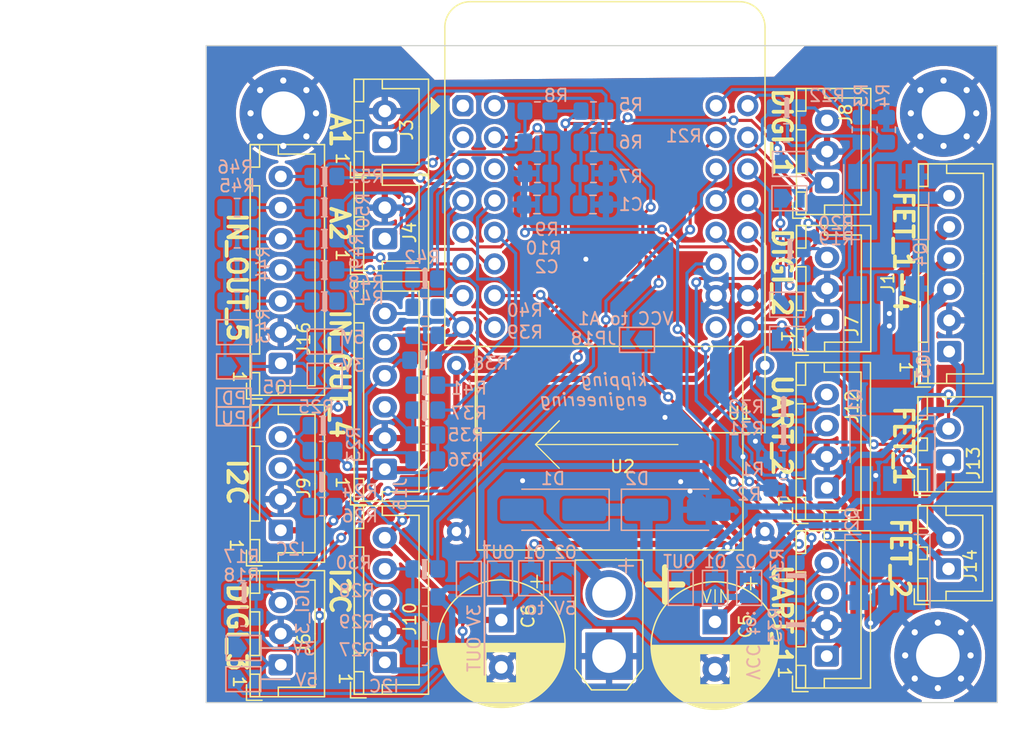
<source format=kicad_pcb>
(kicad_pcb (version 20241229) (generator "pcbnew") (generator_version "9.0")
  (layers (0 "F.Cu" signal) (2 "B.Cu" signal) (13 "F.Paste" user) (15 "B.Paste" user) (5 "F.SilkS" user "F.Silkscreen") (7 "B.SilkS" user "B.Silkscreen") (1 "F.Mask" user) (3 "B.Mask" user) (25 "Edge.Cuts" user))
  (net 0 "")
  (net 1 "IO37")
  (net 2 "GND")
  (net 3 "Net-(J16-Pin_7)")
  (net 4 "IO38")
  (net 5 "Net-(J16-Pin_6)")
  (net 6 "IO39")
  (net 7 "Net-(J16-Pin_5)")
  (net 8 "IO40")
  (net 9 "AI_2")
  (net 10 "+3V3")
  (net 11 "AI_1")
  (net 12 "Net-(J16-Pin_4)")
  (net 13 "IO36")
  (net 14 "Net-(J16-Pin_3)")
  (net 15 "IO35")
  (net 16 "Net-(JP16-A)")
  (net 17 "Net-(J15-Pin_6)")
  (net 18 "IO34")
  (net 19 "Net-(J15-Pin_5)")
  (net 20 "IO14")
  (net 21 "Net-(J15-Pin_4)")
  (net 22 "IO13")
  (net 23 "Net-(J15-Pin_3)")
  (net 24 "IO21")
  (net 25 "Net-(J11-Pin_4)")
  (net 26 "IO33")
  (net 27 "Net-(J11-Pin_3)")
  (net 28 "IO17")
  (net 29 "Net-(J12-Pin_4)")
  (net 30 "IO18")
  (net 31 "Net-(J12-Pin_3)")
  (net 32 "IO8")
  (net 33 "Net-(J10-Pin_4)")
  (net 34 "IO7")
  (net 35 "Net-(J10-Pin_3)")
  (net 36 "IO6")
  (net 37 "Net-(J9-Pin_3)")
  (net 38 "Net-(J9-Pin_4)")
  (net 39 "Net-(J8-Pin_3)")
  (net 40 "IO5")
  (net 41 "Net-(J7-Pin_3)")
  (net 42 "IO16")
  (net 43 "Net-(J6-Pin_3)")
  (net 44 "IO12")
  (net 45 "IO11")
  (net 46 "IO10")
  (net 47 "IO9")
  (net 48 "+5V")
  (net 49 "Net-(D1-A)")
  (net 52 "Net-(J16-Pin_1)")
  (net 53 "VCC")
  (net 54 "Net-(J14-Pin_1)")
  (net 55 "Net-(J13-Pin_1)")
  (net 56 "Net-(J8-Pin_1)")
  (net 57 "Net-(J7-Pin_1)")
  (net 58 "Net-(J6-Pin_1)")
  (net 59 "Net-(J1-Pin_1)")
  (net 62 "Net-(J3-Pin_1)")
  (net 63 "Net-(J4-Pin_1)")
  (net 64 "Net-(J1-Pin_3)")
  (net 65 "Net-(J1-Pin_4)")
  (net 66 "Net-(J1-Pin_5)")
  (net 67 "Net-(J1-Pin_6)")
  (footprint "MountingHole:MountingHole_3.5mm_Pad_Via" (layer "F.Cu") (at 198.6 84.425)
    (property "Reference" "H1" (hide yes))
    (property "Value" "MountingHole_Pad" (hide yes))
  )
  (footprint "jk_conn:JST_XH_B2B-XH-A_1x02_P2.50mm_Vertical" (layer "F.Cu") (at 153.75 94.5 90)
    (property "Reference" "J4")
    (property "Value" "A1")
  )
  (footprint "jk_conn:JST_XH_B6B-XH-A_1x06_P2.50mm_Vertical" (layer "F.Cu") (at 153.75 113 90)
    (property "Reference" "J15")
    (property "Value" "Conn_01x06_Pin")
  )
  (footprint "jk_modules:DCDC_1A_module_bonded" (layer "F.Cu") (at 172.835 112.285)
    (property "Reference" "U2")
    (property "Value" "DCDC_1A_Module")
  )
  (footprint "jk_conn:JST_XH_B3B-XH-A_1x03_P2.50mm_Vertical" (layer "F.Cu") (at 145.4 128.7 90)
    (property "Reference" "J6")
    (property "Value" "IO36")
  )
  (footprint "jk_modules:WEMOS_S2_mini" (layer "F.Cu") (at 160.02 83.82)
    (property "Reference" "U1")
    (property "Value" "WeMos_S2_mini")
  )
  (footprint "jk_conn:JST_XH_B7B-XH-A_1x07_P2.50mm_Vertical" (layer "F.Cu") (at 145.4 104.5 90)
    (property "Reference" "J16")
    (property "Value" "Conn_01x07_Pin")
  )
  (footprint "jk_conn:JST_XH_B6B-XH-A_1x06_P2.50mm_Vertical" (layer "F.Cu") (at 199.05 103.55 90)
    (property "Reference" "J1")
    (property "Value" "FETs")
  )
  (footprint "jk_conn:AMASS_XT30U-M_1x02_P5.0mm_Vertical" (layer "F.Cu") (at 171.75 128 90)
    (property "Reference" "J5" (hide yes))
    (property "Value" "Conn_01x02_Pin")
  )
  (footprint "jk_conn:JST_XH_B3B-XH-A_1x03_P2.50mm_Vertical" (layer "F.Cu") (at 189.25 90 90)
    (property "Reference" "J8")
    (property "Value" "IO34")
  )
  (footprint "Capacitor_THT:CP_Radial_D10.0mm_P3.80mm" (layer "F.Cu") (at 180.25 125.25 -90)
    (property "Reference" "C5")
    (property "Value" "C_Polarized")
  )
  (footprint "jk_conn:JST_XH_B4B-XH-A_1x04_P2.50mm_Vertical" (layer "F.Cu") (at 145.4 117.9 90)
    (property "Reference" "J9")
    (property "Value" "I2C_1")
  )
  (footprint "jk_conn:JST_XH_B4B-XH-A_1x04_P2.50mm_Vertical" (layer "F.Cu") (at 189.225 114.5 90)
    (property "Reference" "J12")
    (property "Value" "UART_2")
  )
  (footprint "jk_conn:JST_XH_B2B-XH-A_1x02_P2.50mm_Vertical" (layer "F.Cu") (at 199 112.25 90)
    (property "Reference" "J13")
    (property "Value" "OUT1")
  )
  (footprint "jk_conn:JST_XH_B3B-XH-A_1x03_P2.50mm_Vertical" (layer "F.Cu") (at 189.25 101 90)
    (property "Reference" "J7")
    (property "Value" "IO35")
  )
  (footprint "jk_conn:JST_XH_B2B-XH-A_1x02_P2.50mm_Vertical" (layer "F.Cu") (at 153.75 86.75 90)
    (property "Reference" "J3")
    (property "Value" "A0")
  )
  (footprint "MountingHole:MountingHole_3.5mm_Pad_Via" (layer "F.Cu") (at 145.6 84.425)
    (property "Reference" "H2" (hide yes))
    (property "Value" "MountingHole_Pad" (hide yes))
  )
  (footprint "jk_conn:JST_XH_B2B-XH-A_1x02_P2.50mm_Vertical" (layer "F.Cu") (at 199 121 90)
    (property "Reference" "J14")
    (property "Value" "OUT2")
  )
  (footprint "jk_conn:JST_XH_B5B-XH-A_1x05_P2.50mm_Vertical" (layer "F.Cu") (at 153.75 128.5 90)
    (property "Reference" "J10")
    (property "Value" "I2C_2")
  )
  (footprint "jk_conn:JST_XH_B4B-XH-A_1x04_P2.50mm_Vertical" (layer "F.Cu") (at 189.225 128 90)
    (property "Reference" "J11" (hide yes))
    (property "Value" "UART_1")
  )
  (footprint "Capacitor_THT:CP_Radial_D10.0mm_P3.80mm" (layer "F.Cu") (at 163.1 125.097349 -90)
    (property "Reference" "C6")
    (property "Value" "C_Polarized")
  )
  (footprint "MountingHole:MountingHole_3.5mm_Pad_Via" (layer "F.Cu") (at 198.143845 127.943845)
    (property "Reference" "H3" (hide yes))
    (property "Value" "MountingHole_Pad")
  )
  (footprint "jk_passive:R_0805_2012Metric_Pad1.20x1.40mm_HandSolder" (layer "B.Cu") (at 148.75 116 180)
    (property "Reference" "R26")
    (property "Value" "4k7")
  )
  (footprint "jk_conn:SolderJumper-2_P1.3mm_Open_TrianglePad1.0x1.5mm" (layer "B.Cu") (at 173.991 102.617 180)
    (property "Reference" "JP18")
    (property "Value" "VCC")
  )
  (footprint "jk_passive:R_0805_2012Metric_Pad1.20x1.40mm_HandSolder" (layer "B.Cu") (at 157 112.25 180)
    (property "Reference" "R36")
    (property "Value" "4k7")
  )
  (footprint "jk_passive:R_0805_2012Metric_Pad1.20x1.40mm_HandSolder" (layer "B.Cu") (at 157 100 180)
    (property "Reference" "R40")
    (property "Value" "4k7")
  )
  (footprint "jk_passive:R_0805_2012Metric_Pad1.20x1.40mm_HandSolder" (layer "B.Cu") (at 156.75 104.25)
    (property "Reference" "R38")
    (property "Value" "100")
  )
  (footprint "Package_TO_SOT_SMD:SOT-223-3_TabPin2" (layer "B.Cu") (at 194 101.65 -90)
    (property "Reference" "Q3")
    (property "Value" "BUK7880-55A")
  )
  (footprint "jk_passive:R_0805_2012Metric_Pad1.20x1.40mm_HandSolder" (layer "B.Cu") (at 170.5 84.25)
    (property "Reference" "R5")
    (property "Value" "4k7")
  )
  (footprint "jk_passive:R_0805_2012Metric_Pad1.20x1.40mm_HandSolder" (layer "B.Cu") (at 186.75 125.5 -90)
    (property "Reference" "R33")
    (property "Value" "100")
  )
  (footprint "jk_conn:SolderJumper-2_P1.3mm_Open_TrianglePad1.0x1.5mm" (layer "B.Cu") (at 141.65 104.75)
    (property "Reference" "JP16" (hide yes))
    (property "Value" "SolderJumper_2_Open")
  )
  (footprint "jk_passive:D_SMA_Handsoldering" (layer "B.Cu") (at 177.25 116.25)
    (property "Reference" "D2")
    (property "Value" "US1G")
  )
  (footprint "jk_passive:R_0805_2012Metric_Pad1.20x1.40mm_HandSolder" (layer "B.Cu") (at 148.75 111.5 180)
    (property "Reference" "R23")
    (property "Value" "4k7")
  )
  (footprint "jk_passive:R_0805_2012Metric_Pad1.20x1.40mm_HandSolder" (layer "B.Cu") (at 157 123.25 180)
    (property "Reference" "R28")
    (property "Value" "4k7")
  )
  (footprint "jk_passive:R_0805_2012Metric_Pad1.20x1.40mm_HandSolder" (layer "B.Cu") (at 170.5 89.25)
    (property "Reference" "R7")
    (property "Value" "R")
  )
  (footprint "jk_passive:R_0805_2012Metric_Pad1.20x1.40mm_HandSolder" (layer "B.Cu") (at 156.98 97.73)
    (property "Reference" "R42")
    (property "Value" "100")
  )
  (footprint "jk_passive:R_0805_2012Metric_Pad1.20x1.40mm_HandSolder" (layer "B.Cu") (at 186.32 97.29)
    (property "Reference" "R19")
    (property "Value" "4k7")
  )
  (footprint "jk_passive:R_0805_2012Metric_Pad1.20x1.40mm_HandSolder" (layer "B.Cu") (at 148.75 114)
    (property "Reference" "R24")
    (property "Value" "100")
  )
  (footprint "jk_conn:SolderJumper-2_P1.3mm_Open_TrianglePad1.0x1.5mm" (layer "B.Cu") (at 177.5 122.525 90)
    (property "Reference" "JP3" (hide yes))
    (property "Value" "VCC")
  )
  (footprint "jk_passive:R_0805_2012Metric_Pad1.20x1.40mm_HandSolder" (layer "B.Cu") (at 141.9 97)
    (property "Reference" "R44")
    (property "Value" "4k7")
  )
  (footprint "jk_conn:SolderJumper-2_P1.3mm_Open_TrianglePad1.0x1.5mm" (layer "B.Cu") (at 180.25 122.525 90)
    (property "Reference" "JP11" (hide yes))
    (property "Value" "SolderJumper_2_Open")
  )
  (footprint "jk_passive:D_SMA_Handsoldering" (layer "B.Cu") (at 167.25 116.25 180)
    (property "Reference" "D1")
    (property "Value" "US1G")
  )
  (footprint "jk_passive:R_0805_2012Metric_Pad1.20x1.40mm_HandSolder" (layer "B.Cu") (at 185.75 108 180)
    (property "Reference" "R32")
    (property "Value" "100")
  )
  (footprint "jk_passive:C_0805_2012Metric_Pad1.18x1.45mm_HandSolder" (layer "B.Cu") (at 165.9625 91.75 180)
    (property "Reference" "C2")
    (property "Value" "C")
  )
  (footprint "jk_passive:R_0805_2012Metric_Pad1.20x1.40mm_HandSolder" (layer "B.Cu") (at 157 110.25 180)
    (property "Reference" "R35")
    (property "Value" "4k7")
  )
  (footprint "jk_passive:R_0805_2012Metric_Pad1.20x1.40mm_HandSolder" (layer "B.Cu") (at 142.42 122.85 180)
    (property "Reference" "R17")
    (property "Value" "100")
  )
  (footprint "jk_conn:SolderJumper-2_P1.3mm_Open_TrianglePad1.0x1.5mm" (layer "B.Cu") (at 165.5 121.75 90)
    (property "Reference" "JP10" (hide yes))
    (property "Value" "5V")
  )
  (footprint "jk_passive:R_0805_2012Metric_Pad1.20x1.40mm_HandSolder" (layer "B.Cu") (at 166 86.75)
    (property "Reference" "R9")
    (property "Value" "R")
  )
  (footprint "jk_passive:R_0805_2012Metric_Pad1.20x1.40mm_HandSolder" (layer "B.Cu") (at 157 106.25)
    (property "Reference" "R41")
    (property "Value" "100")
  )
  (footprint "jk_passive:R_0805_2012Metric_Pad1.20x1.40mm_HandSolder" (layer "B.Cu") (at 148.9 89.5)
    (property "Reference" "R51")
    (property "Value" "100")
  )
  (footprint "jk_passive:R_0805_2012Metric_Pad1.20x1.40mm_HandSolder" (layer "B.Cu") (at 142.42 124.85)
    (property "Reference" "R18")
    (property "Value" "4k7")
  )
  (footprint "jk_passive:R_0805_2012Metric_Pad1.20x1.40mm_HandSolder" (layer "B.Cu") (at 141.9 94.5)
    (property "Reference" "R45")
    (property "Value" "4k7")
  )
  (footprint "Package_TO_SOT_SMD:SOT-223-3_TabPin2" (layer "B.Cu") (at 194.1 120.15 90)
    (property "Reference" "Q2")
    (property "Value" "BUK7880-55A")
  )
  (footprint "jk_passive:R_0805_2012Metric_Pad1.20x1.40mm_HandSolder" (layer "B.Cu") (at 185.75 110.25 180)
    (property "Reference" "R31")
    (property "Value" "100")
  )
  (footprint "jk_passive:R_0805_2012Metric_Pad1.20x1.40mm_HandSolder" (layer "B.Cu") (at 157 108.25)
    (property "Reference" "R37")
    (property "Value" "100")
  )
  (footprint "jk_passive:R_0805_2012Metric_Pad1.20x1.40mm_HandSolder" (layer "B.Cu") (at 194 85.75 90)
    (property "Reference" "R4")
    (property "Value" "4k7")
  )
  (footprint "jk_passive:R_0805_2012Metric_Pad1.20x1.40mm_HandSolder" (layer "B.Cu") (at 185.75 112.25 180)
    (property "Reference" "R1")
    (property "Value" "4k7")
  )
  (footprint "jk_conn:SolderJumper-2_P1.3mm_Open_TrianglePad1.0x1.5mm" (layer "B.Cu") (at 163 121.775 90)
    (property "Reference" "JP2" (hide yes))
    (property "Value" "5V")
  )
  (footprint "jk_passive:R_0805_2012Metric_Pad1.20x1.40mm_HandSolder" (layer "B.Cu") (at 185.75 114.5 180)
    (property "Reference" "R2")
    (property "Value" "4k7")
  )
  (footprint "jk_conn:SolderJumper-2_P1.3mm_Open_TrianglePad1.0x1.5mm" (layer "B.Cu") (at 168 121.75 90)
    (property "Reference" "JP12" (hide yes))
    (property "Value" "5V")
  )
  (footprint "jk_passive:R_0805_2012Metric_Pad1.20x1.40mm_HandSolder" (layer "B.Cu") (at 148.9 97)
    (property "Reference" "R48")
    (property "Value" "100")
  )
  (footprint "Package_TO_SOT_SMD:SOT-223-3_TabPin2" (layer "B.Cu") (at 194 92.65 -90)
    (property "Reference" "Q4")
    (property "Value" "BUK7880-55A")
  )
  (footprint "jk_passive:R_0805_2012Metric_Pad1.20x1.40mm_HandSolder" (layer "B.Cu") (at 170.5 86.75 180)
    (property "Reference" "R6")
    (property "Value" "R")
  )
  (footprint "jk_conn:SolderJumper-2_P1.3mm_Open_TrianglePad1.0x1.5mm" (layer "B.Cu") (at 142.42 127.35)
    (property "Reference" "JP4" (hide yes))
    (property "Value" "3V3")
  )
  (footprint "jk_conn:SolderJumper-2_P1.3mm_Open_TrianglePad1.0x1.5mm" (layer "B.Cu") (at 186.225 91.25)
    (property "Reference" "JP9" (hide yes))
    (property "Value" "5V")
  )
  (footprint "jk_passive:R_0805_2012Metric_Pad1.20x1.40mm_HandSolder" (layer "B.Cu") (at 141.9 92)
    (property "Reference" "R46")
    (property "Value" "4k7")
  )
  (footprint "jk_passive:R_0805_2012Metric_Pad1.20x1.40mm_HandSolder" (layer "B.Cu") (at 148.9 94.5)
    (property "Reference" "R49")
    (property "Value" "100")
  )
  (footprint "jk_passive:R_0805_2012Metric_Pad1.20x1.40mm_HandSolder" (layer "B.Cu") (at 148.75 109.5)
    (property "Reference" "R25")
    (property "Value" "100")
  )
  (footprint "jk_conn:SolderJumper-2_P1.3mm_Open_TrianglePad1.0x1.5mm" (layer "B.Cu") (at 183 122.525 90)
    (property "Reference" "JP13" (hide yes))
    (property "Value" "VCC")
  )
  (footprint "jk_passive:R_0805_2012Metric_Pad1.20x1.40mm_HandSolder" (layer "B.Cu") (at 141.9 99.5)
    (property "Reference" "R43")
    (property "Value" "4k7")
  )
  (footprint "jk_passive:R_0805_2012Metric_Pad1.20x1.40mm_HandSolder" (layer "B.Cu") (at 186.75 121.5 90)
    (property "Reference" "R34")
    (property "Value" "100")
  )
  (footprint "jk_passive:R_0805_2012Metric_Pad1.20x1.40mm_HandSolder" (layer "B.Cu") (at 157 121)
    (property "Reference" "R30")
    (property "Value" "100")
  )
  (footprint "jk_conn:SolderJumper-2_P1.3mm_Open_TrianglePad1.0x1.5mm" (layer "B.Cu") (at 160.5 121.8 90)
    (property "Reference" "JP1" (hide yes))
    (property "Value" "3V3")
  )
  (footprint "jk_passive:R_0805_2012Metric_Pad1.20x1.40mm_HandSolder" (layer "B.Cu") (at 186.32 95.29 180)
    (property "Reference" "R20")
    (property "Value" "100")
  )
  (footprint "jk_conn:SolderJumper-2_P1.3mm_Open_TrianglePad1.0x1.5mm" (layer "B.Cu") (at 141.65 102)
    (property "Reference" "JP17" (hide yes))
    (property "Value" "GND")
  )
  (footprint "jk_passive:R_0805_2012Metric_Pad1.20x1.40mm_HandSolder" (layer "B.Cu") (at 157 102.25 180)
    (property "Reference" "R39")
    (property "Value" "4k7")
  )
  (footprint "jk_passive:R_0805_2012Metric_Pad1.20x1.40mm_HandSolder" (layer "B.Cu") (at 157 126)
    (property "Reference" "R29")
    (property "Value" "100")
  )
  (footprint "jk_passive:R_0805_2012Metric_Pad1.20x1.40mm_HandSolder" (layer "B.Cu") (at 192 85.75 90)
    (property "Reference" "R3")
    (property "Value" "4k7")
  )
  (footprint "Package_TO_SOT_SMD:SOT-223-3_TabPin2" (layer "B.Cu") (at 194.5 110.6 90)
    (property "Reference" "Q1")
    (property "Value" "BUK7880-55A")
  )
  (footprint "jk_passive:R_0805_2012Metric_Pad1.20x1.40mm_HandSolder" (layer "B.Cu") (at 166 84.25 180)
    (property "Reference" "R8")
    (property "Value" "4k7")
  )
  (footprint "jk_passive:R_0805_2012Metric_Pad1.20x1.40mm_HandSolder" (layer "B.Cu") (at 148.9 92)
    (property "Reference" "R50")
    (property "Value" "100")
  )
  (footprint "jk_conn:SolderJumper-2_P1.3mm_Open_TrianglePad1.0x1.5mm" (layer "B.Cu") (at 148.925 105.5 180)
    (property "Reference" "JP14" (hide yes))
    (property "Value" "3V3")
  )
  (footprint "jk_passive:C_0805_2012Metric_Pad1.18x1.45mm_HandSolder" (layer "B.Cu") (at 170.4625 91.75)
    (property "Reference" "C1")
    (property "Value" "C")
  )
  (footprint "jk_passive:R_0805_2012Metric_Pad1.20x1.40mm_HandSolder" (layer "B.Cu") (at 148.9 99.5)
    (property "Reference" "R47")
    (property "Value" "100")
  )
  (footprint "jk_conn:SolderJumper-2_P1.3mm_Open_TrianglePad1.0x1.5mm" (layer "B.Cu") (at 186.045 99.79)
    (property "Reference" "JP6" (hide yes))
    (property "Value" "3V3")
  )
  (footprint "jk_conn:SolderJumper-2_P1.3mm_Open_TrianglePad1.0x1.5mm" (layer "B.Cu") (at 186.275 88.5)
    (property "Reference" "JP8" (hide yes))
    (property "Value" "3V3")
  )
  (footprint "jk_passive:R_0805_2012Metric_Pad1.20x1.40mm_HandSolder" (layer "B.Cu") (at 186 84 180)
    (property "Reference" "R22")
    (property "Value" "100")
  )
  (footprint "jk_conn:SolderJumper-2_P1.3mm_Open_TrianglePad1.0x1.5mm" (layer "B.Cu") (at 142.395 129.85)
    (property "Reference" "JP5" (hide yes))
    (property "Value" "5V")
  )
  (footprint "jk_passive:R_0805_2012Metric_Pad1.20x1.40mm_HandSolder" (layer "B.Cu") (at 186 86)
    (property "Reference" "R21")
    (property "Value" "4k7")
  )
  (footprint "jk_conn:SolderJumper-2_P1.3mm_Open_TrianglePad1.0x1.5mm" (layer "B.Cu") (at 186.045 102.54)
    (property "Reference" "JP7" (hide yes))
    (property "Value" "5V")
  )
  (footprint "jk_passive:R_0805_2012Metric_Pad1.20x1.40mm_HandSolder" (layer "B.Cu") (at 157 128 180)
    (property "Reference" "R27")
    (property "Value" "4k7")
  )
  (footprint "jk_conn:SolderJumper-2_P1.3mm_Open_TrianglePad1.0x1.5mm" (layer "B.Cu") (at 148.925 102.75 180)
    (property "Reference" "JP15" (hide yes))
    (property "Value" "5V")
  )
  (footprint "jk_passive:R_0805_2012Metric_Pad1.20x1.40mm_HandSolder" (layer "B.Cu") (at 166 89.25 180)
    (property "Reference" "R10")
    (property "Value" "R")
  )
  (gr_line (start 174.875 122.25) (end 177.625 122.25) (stroke (width 0.5)) (layer "F.SilkS"))
  (gr_line (start 176.25 123.625) (end 176.25 120.875) (stroke (width 0.5)) (layer "F.SilkS"))
  (gr_line (start 148.935 93.854) (end 148.935 95.124) (stroke (width 0.4)) (layer "B.SilkS"))
  (gr_rect (start 140.25 108) (end 143 109.5) (stroke (width 0.15)) (fill no) (layer "B.SilkS"))
  (gr_line (start 156.98 96.995) (end 156.98 98.265) (stroke (width 0.4)) (layer "B.SilkS"))
  (gr_line (start 148.681 113.412) (end 148.681 114.682) (stroke (width 0.4)) (layer "B.SilkS"))
  (gr_line (start 186.146 121.54) (end 187.416 121.54) (stroke (width 0.4)) (layer "B.SilkS"))
  (gr_line (start 148.935 96.394) (end 148.935 97.664) (stroke (width 0.4)) (layer "B.SilkS"))
  (gr_line (start 148.935 91.314) (end 148.935 92.584) (stroke (width 0.4)) (layer "B.SilkS"))
  (gr_line (start 143.795 129.85) (end 146.123677 129.865745) (stroke (width 0.15)) (layer "B.SilkS"))
  (gr_line (start 156.936 120.397) (end 156.936 121.667) (stroke (width 0.4)) (layer "B.SilkS"))
  (gr_line (start 186.273 94.743) (end 186.273 96.013) (stroke (width 0.4)) (layer "B.SilkS"))
  (gr_line (start 148.808 108.84) (end 148.808 110.11) (stroke (width 0.4)) (layer "B.SilkS"))
  (gr_line (start 156.809 103.633) (end 156.809 104.903) (stroke (width 0.4)) (layer "B.SilkS"))
  (gr_line (start 156.936 105.665) (end 156.936 106.935) (stroke (width 0.4)) (layer "B.SilkS"))
  (gr_line (start 186.146 125.477) (end 187.416 125.477) (stroke (width 0.4)) (layer "B.SilkS"))
  (gr_line (start 156.936 125.35) (end 156.936 126.62) (stroke (width 0.4)) (layer "B.SilkS"))
  (gr_rect (start 140.25 106.5) (end 143 108) (stroke (width 0.15)) (fill no) (layer "B.SilkS"))
  (gr_line (start 156.936 107.697) (end 156.936 108.967) (stroke (width 0.4)) (layer "B.SilkS"))
  (gr_line (start 148.935 88.901) (end 148.935 90.171) (stroke (width 0.4)) (layer "B.SilkS"))
  (gr_line (start 148.935 98.934) (end 148.935 100.204) (stroke (width 0.4)) (layer "B.SilkS"))
  (gr_line (start 143.82 127.35) (end 145.96353 127.356765) (stroke (width 0.15)) (layer "B.SilkS"))
  (gr_line (start 142.458 122.302) (end 142.458 123.572) (stroke (width 0.4)) (layer "B.SilkS"))
  (gr_line (start 186.019 83.313) (end 186.019 84.583) (stroke (width 0.4)) (layer "B.SilkS"))
  (gr_line (start 185.765 107.316) (end 185.765 108.586) (stroke (width 0.4)) (layer "B.SilkS"))
  (gr_line (start 161.75 129.5) (end 161.75 118.75) (stroke (width 0.15)) (layer "B.SilkS"))
  (gr_line (start 185.765 109.602) (end 185.765 110.872) (stroke (width 0.4)) (layer "B.SilkS"))
  (gr_rect (start 139.41 79) (end 202.91 131.73) (stroke (width 0.1)) (fill no) (layer "Edge.Cuts"))
  (gr_text "v2" (at 171.75 97.75 0) (layer "F.Cu") (effects (font (size 1.5 1.5) (thickness 0.3) (bold yes)) (justify left bottom)))
  (gr_text "1" (at 149.75 87.5 270) (layer "F.SilkS") (effects (font (size 1 1)) (justify left bottom)))
  (gr_text "IN_OUT_4" (at 149.25 100 270) (layer "F.SilkS") (effects (font (size 1.5 1.5) (thickness 0.3) (bold yes)) (justify left bottom)))
  (gr_text "1" (at 141.5 129.5 270) (layer "F.SilkS") (effects (font (size 1 1)) (justify left bottom)))
  (gr_text "DIGI_2" (at 184.75 93.5 270) (layer "F.SilkS") (effects (font (size 1.5 1.5) (thickness 0.3) (bold yes)) (justify left bottom)))
  (gr_text "A2" (at 149.25 91.75 270) (layer "F.SilkS") (effects (font (size 1.5 1.5) (thickness 0.3) (bold yes)) (justify left bottom)))
  (gr_text "FET_2\n" (at 194.25 116.75 270) (layer "F.SilkS") (effects (font (size 1.5 1.5) (thickness 0.3) (bold yes)) (justify left bottom)))
  (gr_text "1" (at 149.75 113.5 270) (layer "F.SilkS") (effects (font (size 1 1)) (justify left bottom)))
  (gr_text "1" (at 185.5 101.75 270) (layer "F.SilkS") (effects (font (size 1 1)) (justify left bottom)))
  (gr_text "1" (at 150 129.25 270) (layer "F.SilkS") (effects (font (size 1 1)) (justify left bottom)))
  (gr_text "1" (at 185.25 115 270) (layer "F.SilkS") (effects (font (size 1 1)) (justify left bottom)))
  (gr_text "1" (at 149.75 95.25 270) (layer "F.SilkS") (effects (font (size 1 1)) (justify left bottom)))
  (gr_text "DIGI_1" (at 184.75 82.25 270) (layer "F.SilkS") (effects (font (size 1.5 1.5) (thickness 0.3) (bold yes)) (justify left bottom)))
  (gr_text "FET_1-4" (at 194.5 90.5 270) (layer "F.SilkS") (effects (font (size 1.5 1.5) (thickness 0.3) (bold yes)) (justify left bottom)))
  (gr_text "1" (at 141.5 105 270) (layer "F.SilkS") (effects (font (size 1 1)) (justify left bottom)))
  (gr_text "1" (at 185.25 128.75 270) (layer "F.SilkS") (effects (font (size 1 1)) (justify left bottom)))
  (gr_text "A1" (at 149.25 84.25 270) (layer "F.SilkS") (effects (font (size 1.5 1.5) (thickness 0.3) (bold yes)) (justify left bottom)))
  (gr_text "UART_2" (at 184.75 105.25 270) (layer "F.SilkS") (effects (font (size 1.5 1.5) (thickness 0.3) (bold yes)) (justify left bottom)))
  (gr_text "DIGI_3" (at 141 122 270) (layer "F.SilkS") (effects (font (size 1.5 1.5) (thickness 0.3) (bold yes)) (justify left bottom)))
  (gr_text "UART_1" (at 184.75 120.5 270) (layer "F.SilkS") (effects (font (size 1.5 1.5) (thickness 0.3) (bold yes)) (justify left bottom)))
  (gr_text "I2C" (at 141 112 270) (layer "F.SilkS") (effects (font (size 1.5 1.5) (thickness 0.3) (bold yes)) (justify left bottom)))
  (gr_text "IN_OUT_5" (at 141 92.25 270) (layer "F.SilkS") (effects (font (size 1.5 1.5) (thickness 0.3) (bold yes)) (justify left bottom)))
  (gr_text "1" (at 141.25 118.5 270) (layer "F.SilkS") (effects (font (size 1 1)) (justify left bottom)))
  (gr_text "VIN" (at 179.1 123.8 0) (layer "F.SilkS") (effects (font (size 1 1) (thickness 0.1)) (justify left bottom)))
  (gr_text "1" (at 195 104.25 270) (layer "F.SilkS") (effects (font (size 1 1)) (justify left bottom)))
  (gr_text "FET_1\n" (at 194.5 107.75 270) (layer "F.SilkS") (effects (font (size 1.5 1.5) (thickness 0.3) (bold yes)) (justify left bottom)))
  (gr_text "I2C" (at 149.25 120.75 270) (layer "F.SilkS") (effects (font (size 1.5 1.5) (thickness 0.3) (bold yes)) (justify left bottom)))
  (gr_text "IO5" (at 146.5 107 0) (layer "B.SilkS") (effects (font (size 1 1)) (justify left bottom mirror)))
  (gr_text "5V" (at 148.5 130.5 0) (layer "B.SilkS") (effects (font (size 1 1)) (justify left bottom mirror)))
  (gr_text "O2 O1 OUT" (at 169.25 120.25 0) (layer "B.SilkS") (effects (font (size 1 0.9)) (justify left bottom mirror)))
  (gr_text "I2C" (at 147.5 120 0) (layer "B.SilkS") (effects (font (size 1 1)) (justify left bottom mirror)))
  (gr_text "DIGI_3" (at 147.75 121.5 90) (layer "B.SilkS") (effects (font (size 1 1)) (justify left bottom mirror)))
  (gr_text "3V OUT" (at 161.5 123.75 90) (layer "B.SilkS") (effects (font (size 1 1)) (justify left bottom mirror)))
  (gr_text "3V" (at 152.25 105.25 0) (layer "B.SilkS") (effects (font (size 1 1)) (justify left bottom mirror)))
  (gr_text "5V to:" (at 169.25 124.75 0) (layer "B.SilkS") (effects (font (size 1 1)) (justify left bottom mirror)))
  (gr_text "VCC to:" (at 182.7 130 270) (layer "B.SilkS") (effects (font (size 1 1)) (justify left bottom mirror)))
  (gr_text "3V" (at 148.25 128 0) (layer "B.SilkS") (effects (font (size 1 1)) (justify left bottom mirror)))
  (gr_text "O2 O1 OUT" (at 183.75 121 0) (layer "B.SilkS") (effects (font (size 1 0.9)) (justify left bottom mirror)))
  (gr_text "PD\nPU" (at 142.75 109.5 0) (layer "B.SilkS") (effects (font (size 1 1)) (justify left bottom mirror)))
  (gr_text "I2C" (at 155 131 0) (layer "B.SilkS") (effects (font (size 1 1)) (justify left bottom mirror)))
  (gr_text "VCC to A1" (at 177 101.5 0) (layer "B.SilkS") (effects (font (size 1 1)) (justify left bottom mirror)))
  (gr_text "5V" (at 152.25 103 0) (layer "B.SilkS") (effects (font (size 1 1)) (justify left bottom mirror)))
  (gr_text "kipping \nengineering" (at 174.97 108 0) (layer "B.SilkS") (effects (font (size 1 1) (thickness 0.15) (italic yes)) (justify left bottom mirror)))
  (segment (start 186.75 91.75) (end 187.75 92.75) (width 0.25) (layer "F.Cu") (net 1))
  (segment (start 182.88 86.36) (end 186.75 90.23) (width 0.25) (layer "F.Cu") (net 1))
  (segment (start 194.5 111) (end 193 111) (width 0.25) (layer "F.Cu") (net 1))
  (segment (start 186.75 90.23) (end 186.75 91.75) (width 0.25) (layer "F.Cu") (net 1))
  (segment (start 195.75 112.25) (end 194.5 111) (width 0.25) (layer "F.Cu") (net 1))
  (segment (start 187.75 92.75) (end 187.75 93.25) (width 0.25) (layer "F.Cu") (net 1))
  (via (at 187.75 93.25) (size 0.8) (drill 0.4) (layers "F.Cu" "B.Cu") (net 1))
  (via (at 195.75 112.25) (size 0.8) (drill 0.4) (layers "F.Cu" "B.Cu") (net 1))
  (via (at 193 111) (size 0.8) (drill 0.4) (layers "F.Cu" "B.Cu") (net 1))
  (segment (start 195.75 112.7) (end 196.8 113.75) (width 0.25) (layer "B.Cu") (net 1))
  (segment (start 190.625 97.36538) (end 190.625 108.625) (width 0.25) (layer "B.Cu") (net 1))
  (segment (start 192.825 110.825) (end 193 111) (width 0.25) (layer "B.Cu") (net 1))
  (segment (start 188.175 110.825) (end 192.825 110.825) (width 0.25) (layer "B.Cu") (net 1))
  (segment (start 186.75 112.25) (end 188.175 110.825) (width 0.25) (layer "B.Cu") (net 1))
  (segment (start 191.05 96.94038) (end 190.625 97.36538) (width 0.25) (layer "B.Cu") (net 1))
  (segment (start 191.05 94.25) (end 191.05 96.94038) (width 0.25) (layer "B.Cu") (net 1))
  (segment (start 190.625 108.625) (end 193 111) (width 0.25) (layer "B.Cu") (net 1))
  (segment (start 187.75 93.25) (end 188.286261 93.25) (width 0.25) (layer "B.Cu") (net 1))
  (segment (start 182.88 86.37) (end 182.75 86.5) (width 0.25) (layer "B.Cu") (net 1))
  (segment (start 188.286261 93.25) (end 189.286261 94.25) (width 0.25) (layer "B.Cu") (net 1))
  (segment (start 195.75 112.25) (end 195.75 112.7) (width 0.25) (layer "B.Cu") (net 1))
  (segment (start 189.286261 94.25) (end 191.05 94.25) (width 0.25) (layer "B.Cu") (net 1))
  (via (at 183.5 110.75) (size 0.8) (drill 0.4) (layers "F.Cu" "B.Cu") (net 2))
  (via (at 178.25 114.75) (size 0.8) (drill 0.4) (layers "F.Cu" "B.Cu") (net 2))
  (via (at 176.24 108.84) (size 0.8) (drill 0.4) (layers "F.Cu" "B.Cu") (net 2))
  (via (at 169.89 96.14) (size 0.8) (drill 0.4) (layers "F.Cu" "B.Cu") (net 2))
  (via (at 177.5 114) (size 0.8) (drill 0.4) (layers "F.Cu" "B.Cu") (net 2))
  (via (at 182.5 112) (size 0.8) (drill 0.4) (layers "F.Cu" "B.Cu") (net 2))
  (via (at 193.1605 113.5) (size 0.8) (drill 0.4) (layers "F.Cu" "B.Cu") (net 2))
  (via (at 164.81 113.92) (size 0.8) (drill 0.4) (layers "F.Cu" "B.Cu") (net 2))
  (segment (start 184.590045 114.5) (end 182.5 112.409955) (width 0.25) (layer "B.Cu") (net 2))
  (segment (start 184.75 114.5) (end 185.010457 114.5) (width 0.25) (layer "B.Cu") (net 2))
  (segment (start 192.9105 113.75) (end 193.1605 113.5) (width 0.25) (layer "B.Cu") (net 2))
  (segment (start 179.75 116.25) (end 178.25 114.75) (width 1) (layer "B.Cu") (net 2))
  (segment (start 178.25 114.75) (end 177.5 114) (width 1) (layer "B.Cu") (net 2))
  (segment (start 142.375 102) (end 142.5 102) (width 0.25) (layer "B.Cu") (net 2))
  (segment (start 184.75 112) (end 183.5 110.75) (width 0.25) (layer "B.Cu") (net 2))
  (segment (start 184.75 112.25) (end 184.75 112) (width 0.25) (layer "B.Cu") (net 2))
  (segment (start 182.5 112.409955) (end 182.5 112) (width 0.25) (layer "B.Cu") (net 2))
  (segment (start 184.75 112.25) (end 184.82722 112.25) (width 0.25) (layer "B.Cu") (net 2))
  (segment (start 184.75 114.5) (end 184.590045 114.5) (width 0.25) (layer "B.Cu") (net 2))
  (segment (start 192.2 113.75) (end 192.9105 113.75) (width 0.25) (layer "B.Cu") (net 2))
  (segment (start 147.9 89.5) (end 145.4 89.5) (width 0.25) (layer "B.Cu") (net 3))
  (segment (start 189.25 117) (end 185.75 113.5) (width 0.25) (layer "F.Cu") (net 4))
  (segment (start 179.5 103.25) (end 178.75 103.25) (width 0.25) (layer "F.Cu") (net 4))
  (segment (start 178.262299 88.437701) (end 180.34 86.36) (width 0.25) (layer "F.Cu") (net 4))
  (segment (start 178.262299 93.762299) (end 178.262299 88.437701) (width 0.25) (layer "F.Cu") (net 4))
  (segment (start 189.25 118.3495) (end 189.25 117) (width 0.25) (layer "F.Cu") (net 4))
  (segment (start 178.75 103.25) (end 177.25 101.75) (width 0.25) (layer "F.Cu") (net 4))
  (via (at 185.75 113.5) (size 0.8) (drill 0.4) (layers "F.Cu" "B.Cu") (net 4))
  (via (at 179.5 103.25) (size 0.8) (drill 0.4) (layers "F.Cu" "B.Cu") (net 4))
  (via (at 177.25 101.75) (size 0.8) (drill 0.4) (layers "F.Cu" "B.Cu") (net 4))
  (via (at 189.25 118.3495) (size 0.8) (drill 0.4) (layers "F.Cu" "B.Cu") (net 4))
  (via (at 178.262299 93.762299) (size 0.8) (drill 0.4) (layers "F.Cu" "B.Cu") (net 4))
  (segment (start 185.75 113.5) (end 185.725 113.475) (width 0.25) (layer "B.Cu") (net 4))
  (segment (start 192.500305 121.975) (end 189.25 118.724695) (width 0.25) (layer "B.Cu") (net 4))
  (segment (start 196.4 123.3) (end 195.075 121.975) (width 0.25) (layer "B.Cu") (net 4))
  (segment (start 183.111731 112.399432) (end 183.215 112.296163) (width 0.25) (layer "B.Cu") (net 4))
  (segment (start 182.5 110) (end 179.5 107) (width 0.25) (layer "B.Cu") (net 4))
  (segment (start 183.215 111.703837) (end 182.5 110.988837) (width 0.25) (layer "B.Cu") (net 4))
  (segment (start 185.75 113.5) (end 186.75 114.5) (width 0.25) (layer "B.Cu") (net 4))
  (segment (start 177.25 94.774598) (end 178.262299 93.762299) (width 0.25) (layer "B.Cu") (net 4))
  (segment (start 195.075 121.975) (end 192.500305 121.975) (width 0.25) (layer "B.Cu") (net 4))
  (segment (start 184.187299 113.475) (end 183.111731 112.399432) (width 0.25) (layer "B.Cu") (net 4))
  (segment (start 183.215 112.296163) (end 183.215 111.703837) (width 0.25) (layer "B.Cu") (net 4))
  (segment (start 179.5 107) (end 179.5 103.25) (width 0.25) (layer "B.Cu") (net 4))
  (segment (start 189.25 118.724695) (end 189.25 118.3495) (width 0.25) (layer "B.Cu") (net 4))
  (segment (start 185.725 113.475) (end 184.187299 113.475) (width 0.25) (layer "B.Cu") (net 4))
  (segment (start 177.25 101.75) (end 177.25 94.774598) (width 0.25) (layer "B.Cu") (net 4))
  (segment (start 182.5 110.988837) (end 182.5 110) (width 0.25) (layer "B.Cu") (net 4))
  (segment (start 186.75 114.5) (end 187.086826 114.5) (width 0.25) (layer "B.Cu") (net 4))
  (segment (start 142.9 92) (end 145.4 92) (width 0.25) (layer "B.Cu") (net 5))
  (segment (start 145.4 92) (end 147.9 92) (width 0.25) (layer "B.Cu") (net 5))
  (segment (start 186.075 83.461826) (end 186.075 86.688174) (width 0.25) (layer "B.Cu") (net 6))
  (segment (start 191.5 91.50962) (end 190.625 90.63462) (width 0.25) (layer "B.Cu") (net 6))
  (segment (start 191.7 98.5) (end 191.5 98.3) (width 0.25) (layer "B.Cu") (net 6))
  (segment (start 187.588174 87.025) (end 188.363174 86.25) (width 0.25) (layer "B.Cu") (net 6))
  (segment (start 182.88 83.82) (end 183.725 82.975) (width 0.25) (layer "B.Cu") (net 6))
  (segment (start 186.075 86.688174) (end 186.411826 87.025) (width 0.25) (layer "B.Cu") (net 6))
  (segment (start 190.625 88.125) (end 192 86.75) (width 0.25) (layer "B.Cu") (net 6))
  (segment (start 191.5 98.3) (end 191.5 91.50962) (width 0.25) (layer "B.Cu") (net 6))
  (segment (start 186.411826 87.025) (end 187.588174 87.025) (width 0.25) (layer "B.Cu") (net 6))
  (segment (start 185.588174 82.975) (end 186.075 83.461826) (width 0.25) (layer "B.Cu") (net 6))
  (segment (start 190.625 90.63462) (end 190.625 88.125) (width 0.25) (layer "B.Cu") (net 6))
  (segment (start 183.725 82.975) (end 185.588174 82.975) (width 0.25) (layer "B.Cu") (net 6))
  (segment (start 191.5 86.25) (end 192 86.75) (width 0.25) (layer "B.Cu") (net 6))
  (segment (start 188.363174 86.25) (end 191.5 86.25) (width 0.25) (layer "B.Cu") (net 6))
  (segment (start 147.9 94.5) (end 145.4 94.5) (width 0.25) (layer "B.Cu") (net 7))
  (segment (start 143 94.5) (end 145.4 94.5) (width 0.25) (layer "B.Cu") (net 7))
  (segment (start 142.9 94.4) (end 143 94.5) (width 0.25) (layer "B.Cu") (net 7))
  (segment (start 142.9 94.5) (end 142.9 94.4) (width 0.25) (layer "B.Cu") (net 7))
  (segment (start 191.7 88.55) (end 191.7 89.5) (width 0.25) (layer "B.Cu") (net 8))
  (segment (start 180.34 83.82) (end 181.635 82.525) (width 0.25) (layer "B.Cu") (net 8))
  (segment (start 188.75 82.525) (end 190.975 84.75) (width 0.25) (layer "B.Cu") (net 8))
  (segment (start 192.585 87.665) (end 191.7 88.55) (width 0.25) (layer "B.Cu") (net 8))
  (segment (start 181.635 82.525) (end 188.75 82.525) (width 0.25) (layer "B.Cu") (net 8))
  (segment (start 194 86.75) (end 193.5 86.75) (width 0.25) (layer "B.Cu") (net 8))
  (segment (start 193.5 86.75) (end 193.015 87.235) (width 0.25) (layer "B.Cu") (net 8))
  (segment (start 192.684032 87.665) (end 192.585 87.665) (width 0.25) (layer "B.Cu") (net 8))
  (segment (start 193.015 87.334032) (end 192.684032 87.665) (width 0.25) (layer "B.Cu") (net 8))
  (segment (start 191.386826 85.75) (end 193 85.75) (width 0.25) (layer "B.Cu") (net 8))
  (segment (start 190.975 85.338174) (end 191.386826 85.75) (width 0.25) (layer "B.Cu") (net 8))
  (segment (start 193.015 87.235) (end 193.015 87.334032) (width 0.25) (layer "B.Cu") (net 8))
  (segment (start 193 85.75) (end 194 86.75) (width 0.25) (layer "B.Cu") (net 8))
  (segment (start 190.975 84.75) (end 190.975 85.338174) (width 0.25) (layer "B.Cu") (net 8))
  (segment (start 165.24 86.36) (end 162.56 86.36) (width 0.25) (layer "F.Cu") (net 9))
  (segment (start 166 85.6) (end 165.24 86.36) (width 0.25) (layer "F.Cu") (net 9))
  (via (at 166 85.6) (size 0.8) (drill 0.4) (layers "F.Cu" "B.Cu") (net 9))
  (segment (start 167 91.75) (end 167 89.25) (width 0.25) (layer "B.Cu") (net 9))
  (segment (start 167 86.75) (end 167 89.25) (width 0.25) (layer "B.Cu") (net 9))
  (segment (start 167 86.6) (end 166 85.6) (width 0.25) (layer "B.Cu") (net 9))
  (segment (start 167 86.75) (end 167 86.6) (width 0.25) (layer "B.Cu") (net 9))
  (segment (start 187.95 89.95) (end 187.95 92.313604) (width 0.25) (layer "F.Cu") (net 10))
  (segment (start 153.75 128.5) (end 148.85 123.6) (width 0.5) (layer "F.Cu") (net 10))
  (segment (start 187.95 92.313604) (end 188.475 92.838604) (width 0.25) (layer "F.Cu") (net 10))
  (segment (start 162.42 104) (end 160.02 101.6) (width 0.25) (layer "F.Cu") (net 10))
  (segment (start 185.25 87.069946) (end 185.25 87.25) (width 0.25) (layer "F.Cu") (net 10))
  (segment (start 188.475 92.838604) (end 188.475 94.775) (width 0.25) (layer "F.Cu") (net 10))
  (segment (start 156.75 112.25) (end 156.75 104.87) (width 0.5) (layer "F.Cu") (net 10))
  (segment (start 149.625 117.125) (end 153.75 113) (width 0.5) (layer "F.Cu") (net 10))
  (segment (start 148.5 124.75) (end 148.5 123.95) (width 0.25) (layer "F.Cu") (net 10))
  (segment (start 150.75 112.75) (end 151 113) (width 0.25) (layer "F.Cu") (net 10))
  (segment (start 168.25 85.25) (end 172.75 85.25) (width 0.25) (layer "F.Cu") (net 10))
  (segment (start 166.25 101.25) (end 166.25 104) (width 0.25) (layer "F.Cu") (net 10))
  (segment (start 156 113) (end 156.75 112.25) (width 0.5) (layer "F.Cu") (net 10))
  (segment (start 148.85 117.9) (end 149.625 117.125) (width 0.5) (layer "F.Cu") (net 10))
  (segment (start 151 113) (end 153.75 113) (width 0.25) (layer "F.Cu") (net 10))
  (segment (start 148.5 123.95) (end 148.85 123.6) (width 0.25) (layer "F.Cu") (net 10))
  (segment (start 168.25 85.25) (end 168.25 98.025305) (width 0.25) (layer "F.Cu") (net 10))
  (segment (start 168.25 98.025305) (end 168.5 98.275305) (width 0.25) (layer "F.Cu") (net 10))
  (segment (start 188.475 94.775) (end 186.25 97) (width 0.25) (layer "F.Cu") (net 10))
  (segment (start 185.25 87.25) (end 187.95 89.95) (width 0.25) (layer "F.Cu") (net 10))
  (segment (start 148.85 123.6) (end 148.85 117.9) (width 0.5) (layer "F.Cu") (net 10))
  (segment (start 181.75 85) (end 183.180054 85) (width 0.25) (layer "F.Cu") (net 10))
  (segment (start 145.4 117.9) (end 148.85 117.9) (width 0.5) (layer "F.Cu") (net 10))
  (segment (start 168.5 98.275305) (end 168.5 99) (width 0.25) (layer "F.Cu") (net 10))
  (segment (start 166.25 104) (end 162.42 104) (width 0.25) (layer "F.Cu") (net 10))
  (segment (start 153.75 113) (end 156 113) (width 0.5) (layer "F.Cu") (net 10))
  (segment (start 172.75 85.25) (end 173.25 84.75) (width 0.25) (layer "F.Cu") (net 10))
  (segment (start 156.75 104.87) (end 160.02 101.6) (width 0.5) (layer "F.Cu") (net 10))
  (segment (start 168.5 99) (end 166.25 101.25) (width 0.25) (layer "F.Cu") (net 10))
  (segment (start 186.25 97) (end 186.25 98.25) (width 0.25) (layer "F.Cu") (net 10))
  (segment (start 183.180054 85) (end 185.25 87.069946) (width 0.25) (layer "F.Cu") (net 10))
  (via (at 181.75 85) (size 0.8) (drill 0.4) (layers "F.Cu" "B.Cu") (net 10))
  (via (at 150.75 112.75) (size 0.8) (drill 0.4) (layers "F.Cu" "B.Cu") (net 10))
  (via (at 185.25 87.25) (size 0.8) (drill 0.4) (layers "F.Cu" "B.Cu") (net 10))
  (via (at 148.5 124.75) (size 0.8) (drill 0.4) (layers "F.Cu" "B.Cu") (net 10))
  (via (at 186.25 98.25) (size 0.8) (drill 0.4) (layers "F.Cu" "B.Cu") (net 10))
  (via (at 149.625 117.125) (size 0.8) (drill 0.4) (layers "F.Cu" "B.Cu") (net 10))
  (via (at 173.25 84.75) (size 0.8) (drill 0.4) (layers "F.Cu" "B.Cu") (net 10))
  (via (at 168.25 85.25) (size 0.8) (drill 0.4) (layers "F.Cu" "B.Cu") (net 10))
  (segment (start 158 100) (end 158.42 100) (width 0.25) (layer "B.Cu") (net 10))
  (segment (start 149.75 111.5) (end 149.75 111.75) (width 0.25) (layer "B.Cu") (net 10))
  (segment (start 141.695 127.35) (end 141.695 126.6) (width 0.5) (layer "B.Cu") (net 10))
  (segment (start 148.05962 107.5) (end 144.75 107.5) (width 0.25) (layer "B.Cu") (net 10))
  (segment (start 158 112.25) (end 158 110.25) (width 0.25) (layer "B.Cu") (net 10))
  (segment (start 185.32 97.29) (end 185.32 99.79) (width 0.5) (layer "B.Cu") (net 10))
  (segment (start 185.55 87.55) (end 185.25 87.25) (width 0.25) (layer "B.Cu") (net 10))
  (segment (start 149.75 117) (end 149.625 117.125) (width 0.25) (layer "B.Cu") (net 10))
  (segment (start 185.25 87.25) (end 185.25 86.25) (width 0.25) (layer "B.Cu") (net 10))
  (segment (start 143 109.25) (end 143 115.5) (width 0.25) (layer "B.Cu") (net 10))
  (segment (start 169.25 84.25) (end 168.25 85.25) (width 0.25) (layer "B.Cu") (net 10))
  (segment (start 158 102.25) (end 159.37 102.25) (width 0.25) (layer "B.Cu") (net 10))
  (segment (start 158 128) (end 156.85 129.15) (width 0.5) (layer "B.Cu") (net 10))
  (segment (start 154.4 129.15) (end 153.75 128.5) (width 0.5) (layer "B.Cu") (net 10))
  (segment (start 181.740344 84.990344) (end 181.75 85) (width 0.25) (layer "B.Cu") (net 10))
  (segment (start 169.5 84.25) (end 169.25 84.25) (width 0.25) (layer "B.Cu") (net 10))
  (segment (start 185.55 88.5) (end 185.55 87.55) (width 0.25) (layer "B.Cu") (net 10))
  (segment (start 159.16 124.41) (end 158 123.25) (width 0.5) (layer "B.Cu") (net 10))
  (segment (start 149.65 105.90962) (end 148.05962 107.5) (width 0.25) (layer "B.Cu") (net 10))
  (segment (start 149.75 111.75) (end 150.75 112.75) (width 0.25) (layer "B.Cu") (net 10))
  (segment (start 160.5 122.525) (end 158.725 122.525) (width 0.5) (layer "B.Cu") (net 10))
  (segment (start 167 84.25) (end 169.5 84.25) (width 0.25) (layer "B.Cu") (net 10))
  (segment (start 144 126.297506) (end 144 126.586261) (width 0.25) (layer "B.Cu") (net 10))
  (segment (start 144.788739 127.375) (end 147.875 127.375) (width 0.25) (layer "B.Cu") (net 10))
  (segment (start 142.145 126.15) (end 143.852494 126.15) (width 0.25) (layer "B.Cu") (net 10))
  (segment (start 158.42 100) (end 160.02 101.6) (width 0.25) (layer "B.Cu") (net 10))
  (segment (start 143 115.5) (end 145.4 117.9) (width 0.25) (layer "B.Cu") (net 10))
  (segment (start 141.695 126.6) (end 142.145 126.15) (width 0.5) (layer "B.Cu") (net 10))
  (segment (start 144 126.586261) (end 144.788739 127.375) (width 0.25) (layer "B.Cu") (net 10))
  (segment (start 158.725 122.525) (end 158 123.25) (width 0.5) (layer "B.Cu") (net 10))
  (segment (start 158 112.25) (end 156.975 113.275) (width 0.25) (layer "B.Cu") (net 10))
  (segment (start 158 128) (end 159.16 126.84) (width 0.5) (layer "B.Cu") (net 10))
  (segment (start 149.75 116) (end 149.75 117) (width 0.25) (layer "B.Cu") (net 10))
  (segment (start 186.25 98.22) (end 185.32 97.29) (width 0.25) (layer "B.Cu") (net 10))
  (segment (start 144.75 107.5) (end 143 109.25) (width 0.25) (layer "B.Cu") (net 10))
  (segment (start 148.5 126.75) (end 148.5 124.75) (width 0.25) (layer "B.Cu") (net 10))
  (segment (start 149.65 105.5) (end 149.65 105.90962) (width 0.25) (layer "B.Cu") (net 10))
  (segment (start 159.37 102.25) (end 160.02 101.6) (width 0.25) (layer "B.Cu") (net 10))
  (segment (start 141.42 127.075) (end 141.695 127.35) (width 0.5) (layer "B.Cu") (net 10))
  (segment (start 186.25 98.25) (end 186.25 98.22) (width 0.25) (layer "B.Cu") (net 10))
  (segment (start 156.975 113.275) (end 154.025 113.275) (width 0.25) (layer "B.Cu") (net 10))
  (segment (start 147.875 127.375) (end 148.5 126.75) (width 0.25) (layer "B.Cu") (net 10))
  (segment (start 173.490344 84.990344) (end 181.740344 84.990344) (width 0.25) (layer "B.Cu") (net 10))
  (segment (start 185.25 86.25) (end 185 86) (width 0.25) (layer "B.Cu") (net 10))
  (segment (start 141.42 124.85) (end 141.42 127.075) (width 0.5) (layer "B.Cu") (net 10))
  (segment (start 156.85 129.15) (end 154.4 129.15) (width 0.5) (layer "B.Cu") (net 10))
  (segment (start 143.852494 126.15) (end 144 126.297506) (width 0.25) (layer "B.Cu") (net 10))
  (segment (start 159.16 126.84) (end 159.16 124.41) (width 0.5) (layer "B.Cu") (net 10))
  (segment (start 173.25 84.75) (end 173.490344 84.990344) (width 0.25) (layer "B.Cu") (net 10))
  (segment (start 154.025 113.275) (end 153.75 113) (width 0.25) (layer "B.Cu") (net 10))
  (segment (start 169.5 86.75) (end 169.5 86.05) (width 0.25) (layer "B.Cu") (net 11))
  (segment (start 170.5 83.5) (end 170.225 83.225) (width 0.25) (layer "B.Cu") (net 11))
  (segment (start 170.5 85.05) (end 170.5 83.5) (width 0.25) (layer "B.Cu") (net 11))
  (segment (start 169.5 86.75) (end 169.5 89.25) (width 0.25) (layer "B.Cu") (net 11))
  (segment (start 169.5 86.05) (end 170.5 85.05) (width 0.25) (layer "B.Cu") (net 11))
  (segment (start 163.155 83.225) (end 162.56 83.82) (width 0.25) (layer "B.Cu") (net 11))
  (segment (start 169.425 91.75) (end 169.425 89.325) (width 0.25) (layer "B.Cu") (net 11))
  (segment (start 169.425 89.325) (end 169.5 89.25) (width 0.25) (layer "B.Cu") (net 11))
  (segment (start 170.225 83.225) (end 163.155 83.225) (width 0.25) (layer "B.Cu") (net 11))
  (segment (start 142.9 97) (end 145.4 97) (width 0.25) (layer "B.Cu") (net 12))
  (segment (start 145.4 97) (end 147.9 97) (width 0.25) (layer "B.Cu") (net 12))
  (segment (start 171.5 101) (end 171.5 101.5) (width 0.25) (layer "F.Cu") (net 13))
  (segment (start 169.25 103.75) (end 169.25 104) (width 0.25) (layer "F.Cu") (net 13))
  (segment (start 150.25 118.5) (end 154 114.75) (width 0.25) (layer "F.Cu") (net 13))
  (segment (start 171.5 101.5) (end 169.25 103.75) (width 0.25) (layer "F.Cu") (net 13))
  (via (at 169.25 104) (size 0.8) (drill 0.4) (layers "F.Cu" "B.Cu") (net 13))
  (via (at 150.25 118.5) (size 0.8) (drill 0.4) (layers "F.Cu" "B.Cu") (net 13))
  (via (at 154 114.75) (size 0.8) (drill 0.4) (layers "F.Cu" "B.Cu") (net 13))
  (via (at 171.5 101) (size 0.8) (drill 0.4) (layers "F.Cu" "B.Cu") (net 13))
  (segment (start 141.42 122.85) (end 142.445 121.825) (width 0.25) (layer "B.Cu") (net 13))
  (segment (start 169.25 104) (end 169.25 104.25) (width 0.25) (layer "B.Cu") (net 13))
  (segment (start 169.25 104.25) (end 158.75 114.75) (width 0.25) (layer "B.Cu") (net 13))
  (segment (start 171.5 99.5) (end 179.165 91.835) (width 0.25) (layer "B.Cu") (net 13))
  (segment (start 142.445 121.825) (end 146.925 121.825) (width 0.25) (layer "B.Cu") (net 13))
  (segment (start 179.165 91.835) (end 179.165 90.954946) (width 0.25) (layer "B.Cu") (net 13))
  (segment (start 158.75 114.75) (end 154 114.75) (width 0.25) (layer "B.Cu") (net 13))
  (segment (start 146.925 121.825) (end 150.25 118.5) (width 0.25) (layer "B.Cu") (net 13))
  (segment (start 179.165 90.954946) (end 180.34 89.779946) (width 0.25) (layer "B.Cu") (net 13))
  (segment (start 180.34 89.779946) (end 180.34 88.9) (width 0.25) (layer "B.Cu") (net 13))
  (segment (start 171.5 101) (end 171.5 99.5) (width 0.25) (layer "B.Cu") (net 13))
  (segment (start 142.9 99.5) (end 145.4 99.5) (width 0.25) (layer "B.Cu") (net 14))
  (segment (start 147.9 99.5) (end 145.4 99.5) (width 0.25) (layer "B.Cu") (net 14))
  (segment (start 184.675 90.695) (end 182.88 88.9) (width 0.25) (layer "B.Cu") (net 15))
  (segment (start 184.675 94.645) (end 184.675 90.695) (width 0.25) (layer "B.Cu") (net 15))
  (segment (start 185.32 95.29) (end 184.675 94.645) (width 0.25) (layer "B.Cu") (net 15))
  (segment (start 140.925 102) (end 140.925 104.75) (width 0.25) (layer "B.Cu") (net 16))
  (segment (start 140.9 97) (end 140.9 99.5) (width 0.25) (layer "B.Cu") (net 16))
  (segment (start 140.9 94.5) (end 140.9 97) (width 0.25) (layer "B.Cu") (net 16))
  (segment (start 140.925 102) (end 140.925 99.525) (width 0.25) (layer "B.Cu") (net 16))
  (segment (start 140.925 99.525) (end 140.9 99.5) (width 0.25) (layer "B.Cu") (net 16))
  (segment (start 140.9 92) (end 140.9 94.5) (width 0.25) (layer "B.Cu") (net 16))
  (segment (start 155.5 100.5) (end 156 100) (width 0.25) (layer "B.Cu") (net 17))
  (segment (start 155.98 98.27) (end 155.98 97.73) (width 0.25) (layer "B.Cu") (net 17))
  (segment (start 156 100) (end 156 97.75) (width 0.25) (layer "B.Cu") (net 17))
  (segment (start 156 97.75) (end 155.98 97.73) (width 0.25) (layer "B.Cu") (net 17))
  (segment (start 153.75 100.5) (end 155.5 100.5) (width 0.25) (layer "B.Cu") (net 17))
  (segment (start 184.055 86.845054) (end 183.36971 87.530344) (width 0.25) (layer "B.Cu") (net 18))
  (segment (start 185 84) (end 184.055 84.945) (width 0.25) (layer "B.Cu") (net 18))
  (segment (start 181.515 90.265) (end 180.34 91.44) (width 0.25) (layer "B.Cu") (net 18))
  (segment (start 183.36971 87.530344) (end 182.469656 87.530344) (width 0.25) (layer "B.Cu") (net 18))
  (segment (start 184.055 84.945) (end 184.055 86.845054) (width 0.25) (layer "B.Cu") (net 18))
  (segment (start 181.515 88.485) (end 181.515 90.265) (width 0.25) (layer "B.Cu") (net 18))
  (segment (start 182.469656 87.530344) (end 181.515 88.485) (width 0.25) (layer "B.Cu") (net 18))
  (segment (start 156 102.25) (end 156.675 102.925) (width 0.25) (layer "B.Cu") (net 19))
  (segment (start 154.5 102.25) (end 153.75 103) (width 0.25) (layer "B.Cu") (net 19))
  (segment (start 156 102.25) (end 154.5 102.25) (width 0.25) (layer "B.Cu") (net 19))
  (segment (start 156.675 102.925) (end 156.675 105.575) (width 0.25) (layer "B.Cu") (net 19))
  (segment (start 156.675 105.575) (end 156 106.25) (width 0.25) (layer "B.Cu") (net 19))
  (segment (start 161.389656 100.429656) (end 162.56 101.6) (width 0.25) (layer "F.Cu") (net 20))
  (segment (start 150 108) (end 150 104.967265) (width 0.25) (layer "F.Cu") (net 20))
  (segment (start 150 104.967265) (end 153.217265 101.75) (width 0.25) (layer "F.Cu") (net 20))
  (segment (start 159.53029 100.429656) (end 161.389656 100.429656) (width 0.25) (layer "F.Cu") (net 20))
  (segment (start 153.217265 101.75) (end 158.209946 101.75) (width 0.25) (layer "F.Cu") (net 20))
  (segment (start 158.209946 101.75) (end 159.53029 100.429656) (width 0.25) (layer "F.Cu") (net 20))
  (via (at 150 108) (size 0.8) (drill 0.4) (layers "F.Cu" "B.Cu") (net 20))
  (segment (start 148.825 108.825968) (end 148.825 113.075) (width 0.25) (layer "B.Cu") (net 20))
  (segment (start 158 126) (end 156.675 124.675) (width 0.25) (layer "B.Cu") (net 20))
  (segment (start 155.048753 124.298753) (end 155.048753 123.012492) (width 0.25) (layer "B.Cu") (net 20))
  (segment (start 151.75 116) (end 149.75 114) (width 0.25) (layer "B.Cu") (net 20))
  (segment (start 155.425 124.675) (end 155.048753 124.298753) (width 0.25) (layer "B.Cu") (net 20))
  (segment (start 150 108) (end 149.650968 108) (width 0.25) (layer "B.Cu") (net 20))
  (segment (start 148.825 113.075) (end 149.75 114) (width 0.25) (layer "B.Cu") (net 20))
  (segment (start 156.675 124.675) (end 155.425 124.675) (width 0.25) (layer "B.Cu") (net 20))
  (segment (start 154.361261 122.325) (end 153.075 122.325) (width 0.25) (layer "B.Cu") (net 20))
  (segment (start 153.075 122.325) (end 151.75 121) (width 0.25) (layer "B.Cu") (net 20))
  (segment (start 149.650968 108) (end 148.825 108.825968) (width 0.25) (layer "B.Cu") (net 20))
  (segment (start 155.048753 123.012492) (end 154.361261 122.325) (width 0.25) (layer "B.Cu") (net 20))
  (segment (start 151.75 121) (end 151.75 116) (width 0.25) (layer "B.Cu") (net 20))
  (segment (start 155.425 111.675) (end 153.061396 111.675) (width 0.25) (layer "B.Cu") (net 21))
  (segment (start 153.061396 111.675) (end 152.25 110.863604) (width 0.25) (layer "B.Cu") (net 21))
  (segment (start 156 112.25) (end 155.425 111.675) (width 0.25) (layer "B.Cu") (net 21))
  (segment (start 155 104.25) (end 153.75 105.5) (width 0.25) (layer "B.Cu") (net 21))
  (segment (start 152.25 110.863604) (end 152.25 107) (width 0.25) (layer "B.Cu") (net 21))
  (segment (start 152.25 107) (end 153.75 105.5) (width 0.25) (layer "B.Cu") (net 21))
  (segment (start 155.75 104.25) (end 155 104.25) (width 0.25) (layer "B.Cu") (net 21))
  (segment (start 166.25 99) (end 166.19 99.06) (width 0.25) (layer "F.Cu") (net 22))
  (segment (start 166.19 99.06) (end 162.56 99.06) (width 0.25) (layer "F.Cu") (net 22))
  (via (at 166.25 99) (size 0.8) (drill 0.4) (layers "F.Cu" "B.Cu") (net 22))
  (segment (start 154.361261 117.325) (end 154.075 117.325) (width 0.25) (layer "B.Cu") (net 22))
  (segment (start 150.75 110) (end 150.25 109.5) (width 0.25) (layer "B.Cu") (net 22))
  (segment (start 158 121) (end 158 120.963739) (width 0.25) (layer "B.Cu") (net 22))
  (segment (start 154.075 117.325) (end 151.5 114.75) (width 0.25) (layer "B.Cu") (net 22))
  (segment (start 151.5 114.75) (end 151.5 111.5) (width 0.25) (layer "B.Cu") (net 22))
  (segment (start 158 117.186828) (end 170.5 104.686828) (width 0.25) (layer "B.Cu") (net 22))
  (segment (start 158 121) (end 158 117.186828) (width 0.25) (layer "B.Cu") (net 22))
  (segment (start 150.75 110.75) (end 150.75 110) (width 0.25) (layer "B.Cu") (net 22))
  (segment (start 158 120.963739) (end 154.361261 117.325) (width 0.25) (layer "B.Cu") (net 22))
  (segment (start 170.5 103.25) (end 166.25 99) (width 0.25) (layer "B.Cu") (net 22))
  (segment (start 170.5 104.686828) (end 170.5 103.25) (width 0.25) (layer "B.Cu") (net 22))
  (segment (start 151.5 111.5) (end 150.75 110.75) (width 0.25) (layer "B.Cu") (net 22))
  (segment (start 156 110.25) (end 153.75 108) (width 0.25) (layer "B.Cu") (net 23))
  (segment (start 156 108.25) (end 156 110.25) (width 0.25) (layer "B.Cu") (net 23))
  (segment (start 184.75 110.25) (end 181.705 107.205) (width 0.25) (layer "B.Cu") (net 24))
  (segment (start 181.705 107.205) (end 181.705 95.345) (width 0.25) (layer "B.Cu") (net 24))
  (segment (start 181.705 95.345) (end 180.34 93.98) (width 0.25) (layer "B.Cu") (net 24))
  (segment (start 187.225 122.5) (end 189.225 120.5) (width 0.25) (layer "B.Cu") (net 25))
  (segment (start 186.75 122.5) (end 187.225 122.5) (width 0.25) (layer "B.Cu") (net 25))
  (segment (start 184.055 92.615) (end 184.055 102.98462) (width 0.25) (layer "B.Cu") (net 26))
  (segment (start 182.88 91.44) (end 184.055 92.615) (width 0.25) (layer "B.Cu") (net 26))
  (segment (start 183.178 106.428) (end 183.178 103.86162) (width 0.25) (layer "B.Cu") (net 26))
  (segment (start 183.178 103.86162) (end 184.055 102.98462) (width 0.25) (layer "B.Cu") (net 26))
  (segment (start 184.75 108) (end 183.178 106.428) (width 0.25) (layer "B.Cu") (net 26))
  (segment (start 187.725 124.5) (end 189.225 123) (width 0.25) (layer "B.Cu") (net 27))
  (segment (start 186.75 124.5) (end 187.725 124.5) (width 0.25) (layer "B.Cu") (net 27))
  (segment (start 181.75 114) (end 182 114) (width 0.25) (layer "F.Cu") (net 28))
  (segment (start 182 114) (end 187.000688 119.000688) (width 0.25) (layer "F.Cu") (net 28))
  (via (at 181.75 114) (size 0.8) (drill 0.4) (layers "F.Cu" "B.Cu") (net 28))
  (via (at 187.000688 119.000688) (size 0.8) (drill 0.4) (layers "F.Cu" "B.Cu") (net 28))
  (segment (start 186.612484 119.000688) (end 187.000688 119.000688) (width 0.25) (layer "B.Cu") (net 28))
  (segment (start 180.5 110.6505) (end 178 108.1505) (width 0.25) (layer "B.Cu") (net 28))
  (segment (start 178.73 96.52) (end 180.34 96.52) (width 0.25) (layer "B.Cu") (net 28))
  (segment (start 178 97.25) (end 178.73 96.52) (width 0.25) (layer "B.Cu") (net 28))
  (segment (start 178 108.1505) (end 178 97.25) (width 0.25) (layer "B.Cu") (net 28))
  (segment (start 181.75 114) (end 180.5 112.75) (width 0.25) (layer "B.Cu") (net 28))
  (segment (start 185.725 125.475) (end 185.725 119.888172) (width 0.25) (layer "B.Cu") (net 28))
  (segment (start 185.725 119.888172) (end 186.612484 119.000688) (width 0.25) (layer "B.Cu") (net 28))
  (segment (start 186.75 126.5) (end 185.725 125.475) (width 0.25) (layer "B.Cu") (net 28))
  (segment (start 180.5 112.75) (end 180.5 110.6505) (width 0.25) (layer "B.Cu") (net 28))
  (segment (start 186.75 108) (end 188.225 108) (width 0.25) (layer "B.Cu") (net 29))
  (segment (start 188.225 108) (end 189.225 107) (width 0.25) (layer "B.Cu") (net 29))
  (segment (start 183.487701 113.987701) (end 188 118.5) (width 0.25) (layer "F.Cu") (net 30))
  (segment (start 183.36971 97.690344) (end 184.055 97.005054) (width 0.25) (layer "F.Cu") (net 30))
  (segment (start 184.055 97.005054) (end 184.055 95.155) (width 0.25) (layer "F.Cu") (net 30))
  (segment (start 179.059656 97.690344) (end 183.36971 97.690344) (width 0.25) (layer "F.Cu") (net 30))
  (segment (start 178.75 98) (end 179.059656 97.690344) (width 0.25) (layer "F.Cu") (net 30))
  (segment (start 184.055 95.155) (end 182.88 93.98) (width 0.25) (layer "F.Cu") (net 30))
  (segment (start 183.012299 113.987701) (end 183.487701 113.987701) (width 0.25) (layer "F.Cu") (net 30))
  (via (at 188 118.5) (size 0.8) (drill 0.4) (layers "F.Cu" "B.Cu") (net 30))
  (via (at 178.75 98) (size 0.8) (drill 0.4) (layers "F.Cu" "B.Cu") (net 30))
  (via (at 183.012299 113.987701) (size 0.8) (drill 0.4) (layers "F.Cu" "B.Cu") (net 30))
  (segment (start 186.75 120.5) (end 188 119.25) (width 0.25) (layer "B.Cu") (net 30))
  (segment (start 181.25 110) (end 178.75 107.5) (width 0.25) (layer "B.Cu") (net 30))
  (segment (start 178.75 107.5) (end 178.75 98) (width 0.25) (layer "B.Cu") (net 30))
  (segment (start 188 119.25) (end 188 118.5) (width 0.25) (layer "B.Cu") (net 30))
  (segment (start 181.25 112.225402) (end 181.25 110) (width 0.25) (layer "B.Cu") (net 30))
  (segment (start 183.012299 113.987701) (end 181.25 112.225402) (width 0.25) (layer "B.Cu") (net 30))
  (segment (start 186.75 110.25) (end 188.475 110.25) (width 0.25) (layer "B.Cu") (net 31))
  (segment (start 188.475 110.25) (end 189.225 109.5) (width 0.25) (layer "B.Cu") (net 31))
  (segment (start 158 108.25) (end 159.25 108.25) (width 0.25) (layer "B.Cu") (net 32))
  (segment (start 159.25 108.25) (end 164.25 103.25) (width 0.25) (layer "B.Cu") (net 32))
  (segment (start 164.25 95.67) (end 162.56 93.98) (width 0.25) (layer "B.Cu") (net 32))
  (segment (start 164.25 103.25) (end 164.25 95.67) (width 0.25) (layer "B.Cu") (net 32))
  (segment (start 156 123.25) (end 156 121) (width 0.25) (layer "B.Cu") (net 33))
  (segment (start 156 121) (end 153.75 121) (width 0.25) (layer "B.Cu") (net 33))
  (segment (start 160.672 103.578) (end 161.195 103.055) (width 0.25) (layer "B.Cu") (net 34))
  (segment (start 158.845 97.005054) (end 158.845 92.615) (width 0.25) (layer "B.Cu") (net 34))
  (segment (start 157.75 104.25) (end 158.422 103.578) (width 0.25) (layer "B.Cu") (net 34))
  (segment (start 161.195 98.375634) (end 160.50971 97.690344) (width 0.25) (layer "B.Cu") (net 34))
  (segment (start 159.53029 97.690344) (end 158.845 97.005054) (width 0.25) (layer "B.Cu") (net 34))
  (segment (start 158.845 92.615) (end 160.02 91.44) (width 0.25) (layer "B.Cu") (net 34))
  (segment (start 158.422 103.578) (end 160.672 103.578) (width 0.25) (layer "B.Cu") (net 34))
  (segment (start 161.195 103.055) (end 161.195 98.375634) (width 0.25) (layer "B.Cu") (net 34))
  (segment (start 160.50971 97.690344) (end 159.53029 97.690344) (width 0.25) (layer "B.Cu") (net 34))
  (segment (start 156 128) (end 156 126) (width 0.25) (layer "B.Cu") (net 35))
  (segment (start 156 126) (end 153.75 123.75) (width 0.25) (layer "B.Cu") (net 35))
  (segment (start 153.75 123.75) (end 153.75 123.5) (width 0.25) (layer "B.Cu") (net 35))
  (segment (start 163.735 102.085054) (end 159.570054 106.25) (width 0.25) (layer "B.Cu") (net 36))
  (segment (start 161.195 97.739238) (end 162.899292 97.739238) (width 0.25) (layer "B.Cu") (net 36))
  (segment (start 161.195 92.805) (end 161.195 97.739238) (width 0.25) (layer "B.Cu") (net 36))
  (segment (start 162.899292 97.739238) (end 163.735 98.574946) (width 0.25) (layer "B.Cu") (net 36))
  (segment (start 163.735 98.574946) (end 163.735 102.085054) (width 0.25) (layer "B.Cu") (net 36))
  (segment (start 162.56 91.44) (end 161.195 92.805) (width 0.25) (layer "B.Cu") (net 36))
  (segment (start 159.570054 106.25) (end 158 106.25) (width 0.25) (layer "B.Cu") (net 36))
  (segment (start 146.65 112.9) (end 147.75 114) (width 0.25) (layer "B.Cu") (net 37))
  (segment (start 145.4 112.9) (end 146.65 112.9) (width 0.25) (layer "B.Cu") (net 37))
  (segment (start 147.75 116) (end 147.75 114) (width 0.25) (layer "B.Cu") (net 37))
  (segment (start 146.85 110.6) (end 146.85 110.4) (width 0.25) (layer "B.Cu") (net 38))
  (segment (start 145.4 110.4) (end 146.85 110.4) (width 0.25) (layer "B.Cu") (net 38))
  (segment (start 146.85 110.4) (end 147.75 109.5) (width 0.25) (layer "B.Cu") (net 38))
  (segment (start 147.75 111.5) (end 146.85 110.6) (width 0.25) (layer "B.Cu") (net 38))
  (segment (start 187 86) (end 187 84) (width 0.25) (layer "B.Cu") (net 39))
  (segment (start 187 84) (end 188.25 84) (width 0.25) (layer "B.Cu") (net 39))
  (segment (start 188.25 84) (end 189.25 85) (width 0.25) (layer "B.Cu") (net 39))
  (segment (start 157.98 97.73) (end 157.98 90.94) (width 0.25) (layer "B.Cu") (net 40))
  (segment (start 157.98 90.94) (end 160.02 88.9) (width 0.25) (layer "B.Cu") (net 40))
  (segment (start 188.54 95.29) (end 189.25 96) (width 0.25) (layer "B.Cu") (net 41))
  (segment (start 187.32 95.29) (end 188.54 95.29) (width 0.25) (layer "B.Cu") (net 41))
  (segment (start 187.32 97.29) (end 187.32 95.29) (width 0.25) (layer "B.Cu") (net 41))
  (segment (start 182.88 96.52) (end 181.510344 95.150344) (width 0.25) (layer "F.Cu") (net 42))
  (segment (start 165 89.679946) (end 165 94) (width 0.25) (layer "F.Cu") (net 42))
  (segment (start 157.6 88.4) (end 158.270344 87.729656) (width 0.25) (layer "F.Cu") (net 42))
  (segment (start 163.04971 87.729656) (end 165 89.679946) (width 0.25) (layer "F.Cu") (net 42))
  (segment (start 177.400344 95.150344) (end 176 93.75) (width 0.25) (layer "F.Cu") (net 42))
  (segment (start 158.270344 87.729656) (end 163.04971 87.729656) (width 0.25) (layer "F.Cu") (net 42))
  (segment (start 181.510344 95.150344) (end 177.400344 95.150344) (width 0.25) (layer "F.Cu") (net 42))
  (via (at 157.6 88.4) (size 0.8) (drill 0.4) (layers "F.Cu" "B.Cu") (net 42))
  (via (at 165 94) (size 0.8) (drill 0.4) (layers "F.Cu" "B.Cu") (net 42))
  (via (at 176 93.75) (size 0.8) (drill 0.4) (layers "F.Cu" "B.Cu") (net 42))
  (segment (start 148.975 98.575) (end 148.975 88.811826) (width 0.25) (layer "B.Cu") (net 42))
  (segment (start 176 93.75) (end 165.25 93.75) (width 0.25) (layer "B.Cu") (net 42))
  (segment (start 156.188837 89) (end 156.788837 88.4) (width 0.25) (layer "B.Cu") (net 42))
  (segment (start 149.9 99.5) (end 148.975 98.575) (width 0.25) (layer "B.Cu") (net 42))
  (segment (start 148.975 88.811826) (end 149.301826 88.485) (width 0.25) (layer "B.Cu") (net 42))
  (segment (start 165.25 93.75) (end 165 94) (width 0.25) (layer "B.Cu") (net 42))
  (segment (start 156.788837 88.4) (end 157.6 88.4) (width 0.25) (layer "B.Cu") (net 42))
  (segment (start 150.999032 89) (end 156.188837 89) (width 0.25) (layer "B.Cu") (net 42))
  (segment (start 149.301826 88.485) (end 150.484032 88.485) (width 0.25) (layer "B.Cu") (net 42))
  (segment (start 150.484032 88.485) (end 150.999032 89) (width 0.25) (layer "B.Cu") (net 42))
  (segment (start 143.42 122.85) (end 144.55 122.85) (width 0.25) (layer "B.Cu") (net 43))
  (segment (start 143.42 124.85) (end 143.42 122.85) (width 0.25) (layer "B.Cu") (net 43))
  (segment (start 144.55 122.85) (end 145.4 123.7) (width 0.25) (layer "B.Cu") (net 43))
  (segment (start 154.66 99.06) (end 160.02 99.06) (width 0.25) (layer "F.Cu") (net 44))
  (segment (start 152.587701 96.987701) (end 154.66 99.06) (width 0.25) (layer "F.Cu") (net 44))
  (via (at 152.587701 96.987701) (size 0.8) (drill 0.4) (layers "F.Cu" "B.Cu") (net 44))
  (segment (start 149.9 97) (end 152.575402 97) (width 0.25) (layer "B.Cu") (net 44))
  (segment (start 152.575402 97) (end 152.587701 96.987701) (width 0.25) (layer "B.Cu") (net 44))
  (segment (start 153.92 96.52) (end 160.02 96.52) (width 0.25) (layer "F.Cu") (net 45))
  (segment (start 153.4 96) (end 153.92 96.52) (width 0.25) (layer "F.Cu") (net 45))
  (via (at 153.4 96) (size 0.8) (drill 0.4) (layers "F.Cu" "B.Cu") (net 45))
  (segment (start 149.9 94.5) (end 151.4 96) (width 0.25) (layer "B.Cu") (net 45))
  (segment (start 151.4 96) (end 153.4 96) (width 0.25) (layer "B.Cu") (net 45))
  (segment (start 160.749656 95.349656) (end 161.92 96.52) (width 0.25) (layer "F.Cu") (net 46))
  (segment (start 161.92 96.52) (end 162.56 96.52) (width 0.25) (layer "F.Cu") (net 46))
  (segment (start 155.075 91.941172) (end 155.075 94.100305) (width 0.25) (layer "F.Cu") (net 46))
  (segment (start 155.075 94.100305) (end 156.324351 95.349656) (width 0.25) (layer "F.Cu") (net 46))
  (segment (start 156.324351 95.349656) (end 160.749656 95.349656) (width 0.25) (layer "F.Cu") (net 46))
  (segment (start 155.605473 91.410699) (end 155.075 91.941172) (width 0.25) (layer "F.Cu") (net 46))
  (via (at 155.605473 91.410699) (size 0.8) (drill 0.4) (layers "F.Cu" "B.Cu") (net 46))
  (segment (start 151.075 90.825) (end 155.019774 90.825) (width 0.25) (layer "B.Cu") (net 46))
  (segment (start 155.019774 90.825) (end 155.605473 91.410699) (width 0.25) (layer "B.Cu") (net 46))
  (segment (start 149.9 92) (end 151.075 90.825) (width 0.25) (layer "B.Cu") (net 46))
  (segment (start 163.04971 95.150344) (end 161.190344 95.150344) (width 0.25) (layer "F.Cu") (net 47))
  (segment (start 157.070344 90.070344) (end 162.850398 90.070344) (width 0.25) (layer "F.Cu") (net 47))
  (segment (start 163.735 90.954946) (end 163.735 94.465054) (width 0.25) (layer "F.Cu") (net 47))
  (segment (start 161.190344 95.150344) (end 160.02 93.98) (width 0.25) (layer "F.Cu") (net 47))
  (segment (start 163.735 94.465054) (end 163.04971 95.150344) (width 0.25) (layer "F.Cu") (net 47))
  (segment (start 162.850398 90.070344) (end 163.735 90.954946) (width 0.25) (layer "F.Cu") (net 47))
  (segment (start 156.6 89.6) (end 157.070344 90.070344) (width 0.25) (layer "F.Cu") (net 47))
  (via (at 156.6 89.6) (size 0.8) (drill 0.4) (layers "F.Cu" "B.Cu") (net 47))
  (segment (start 150 89.6) (end 150.2 89.6) (width 0.25) (layer "B.Cu") (net 47))
  (segment (start 150.2 89.6) (end 156.6 89.6) (width 0.25) (layer "B.Cu") (net 47))
  (segment (start 190.648753 115.923753) (end 189.225 114.5) (width 0.5) (layer "F.Cu") (net 48))
  (segment (start 160 125.444698) (end 160.347349 125.097349) (width 0.25) (layer "F.Cu") (net 48))
  (segment (start 182.88 101.6) (end 178.73 105.75) (width 0.5) (layer "F.Cu") (net 48))
  (segment (start 190.648753 106.398753) (end 188.25 104) (width 0.5) (layer "F.Cu") (net 48))
  (segment (start 159.5 112.75) (end 159.5 104.665) (width 0.5) (layer "F.Cu") (net 48))
  (segment (start 185.85 101.6) (end 182.88 101.6) (width 0.5) (layer "F.Cu") (net 48))
  (segment (start 160 126) (end 160 125.444698) (width 0.25) (layer "F.Cu") (net 48))
  (segment (start 188.25 104) (end 185.85 101.6) (width 0.5) (layer "F.Cu") (net 48))
  (segment (start 190.648753 126.576247) (end 190.648753 115.923753) (width 0.5) (layer "F.Cu") (net 48))
  (segment (start 189.225 128) (end 190.648753 126.576247) (width 0.5) (layer "F.Cu") (net 48))
  (segment (start 160.347349 125.097349) (end 153.75 118.5) (width 0.5) (layer "F.Cu") (net 48))
  (segment (start 185.5 98.98) (end 182.88 101.6) (width 0.25) (layer "F.Cu") (net 48))
  (segment (start 163.75 125.097349) (end 160.347349 125.097349) (width 0.5) (layer "F.Cu") (net 48))
  (segment (start 178.73 105.75) (end 160.585 105.75) (width 0.5) (layer "F.Cu") (net 48))
  (segment (start 190.648753 113.076247) (end 190.648753 106.398753) (width 0.5) (layer "F.Cu") (net 48))
  (segment (start 185.5 93.25) (end 185.5 98.98) (width 0.25) (layer "F.Cu") (net 48))
  (segment (start 153.75 118.5) (end 159.5 112.75) (width 0.5) (layer "F.Cu") (net 48))
  (segment (start 189.225 114.5) (end 190.648753 113.076247) (width 0.5) (layer "F.Cu") (net 48))
  (segment (start 160.585 105.75) (end 159.5 104.665) (width 0.5) (layer "F.Cu") (net 48))
  (via (at 185.5 93.25) (size 0.8) (drill 0.4) (layers "F.Cu" "B.Cu") (net 48))
  (via (at 185.629725 101.444991) (size 0.8) (drill 0.4) (layers "F.Cu" "B.Cu") (net 48))
  (via (at 160 126) (size 0.8) (drill 0.4) (layers "F.Cu" "B.Cu") (net 48))
  (via (at 155.15543 117.09457) (size 0.8) (drill 0.4) (layers "F.Cu" "B.Cu") (net 48))
  (segment (start 163.75 123.25) (end 163 122.5) (width 0.5) (layer "B.Cu") (net 48))
  (segment (start 163.75 125.097349) (end 163.75 123.25) (width 0.5) (layer "B.Cu") (net 48))
  (segment (start 185.75 102.97) (end 185.32 102.54) (width 0.25) (layer "B.Cu") (net 48))
  (segment (start 152.45 111.7) (end 152.45 114.38914) (width 0.25) (layer "B.Cu") (net 48))
  (segment (start 151.2 110.45) (end 152.45 111.7) (width 0.25) (layer "B.Cu") (net 48))
  (segment (start 185.32 102.54) (end 185.32 101.754716) (width 0.25) (layer "B.Cu") (net 48))
  (segment (start 160 127.613174) (end 160 126) (width 0.25) (layer "B.Cu") (net 48))
  (segment (start 151.2 104.3) (end 151.2 110.45) (width 0.25) (layer "B.Cu") (net 48))
  (segment (start 185.32 101.754716) (end 185.629725 101.444991) (width 0.25) (layer "B.Cu") (net 48))
  (segment (start 163.75 124.225) (end 165.5 122.475) (width 0.5) (layer "B.Cu") (net 48))
  (segment (start 149.65 102.75) (end 151.2 104.3) (width 0.25) (layer "B.Cu") (net 48))
  (segment (start 141.67 129.85) (end 141.67 130.25962) (width 0.25) (layer "B.Cu") (net 48))
  (segment (start 185.5 91.25) (end 185.5 93.25) (width 0.25) (layer "B.Cu") (net 48))
  (segment (start 163.75 125.097349) (end 163.75 124.225) (width 0.5) (layer "B.Cu") (net 48))
  (segment (start 141.67 130.25962) (end 142.41038 131) (width 0.25) (layer "B.Cu") (net 48))
  (segment (start 152.45 114.38914) (end 155.15543 117.09457) (width 0.25) (layer "B.Cu") (net 48))
  (segment (start 156.613174 131) (end 160 127.613174) (width 0.25) (layer "B.Cu") (net 48))
  (segment (start 142.41038 131) (end 156.613174 131) (width 0.25) (layer "B.Cu") (net 48))
  (segment (start 165.5 122.475) (end 168 122.475) (width 0.5) (layer "B.Cu") (net 48))
  (segment (start 165.46495 116.25) (end 171.75 122.53505) (width 1) (layer "B.Cu") (net 49))
  (segment (start 171.75 122.53505) (end 171.75 123) (width 1) (layer "B.Cu") (net 49))
  (segment (start 164.75 116.25) (end 165.46495 116.25) (width 1) (layer "B.Cu") (net 49))
  (segment (start 145.4 104.5) (end 147.2 104.5) (width 0.25) (layer "B.Cu") (net 52))
  (segment (start 146.45 104.5) (end 145.4 104.5) (width 0.25) (layer "B.Cu") (net 52))
  (segment (start 148.2 102.75) (end 146.45 104.5) (width 0.25) (layer "B.Cu") (net 52))
  (segment (start 147.2 104.5) (end 148.2 105.5) (width 0.25) (layer "B.Cu") (net 52))
  (segment (start 142.375 104.75) (end 145.15 104.75) (width 0.25) (layer "B.Cu") (net 52))
  (segment (start 145.15 104.75) (end 145.4 104.5) (width 0.25) (layer "B.Cu") (net 52))
  (segment (start 179.5 109.43) (end 184.265 104.665) (width 0.5) (layer "F.Cu") (net 53))
  (segment (start 176.494 107.189) (end 179.288 109.983) (width 0.25) (layer "F.Cu") (net 53))
  (segment (start 179.5 109.983) (end 179.5 109.43) (width 0.5) (layer "F.Cu") (net 53))
  (segment (start 179.288 109.983) (end 179.5 109.983) (width 0.25) (layer "F.Cu") (net 53))
  (segment (start 179.5 115.75) (end 179.5 109.983) (width 0.5) (layer "F.Cu") (net 53))
  (segment (start 183 122.5) (end 183 119.25) (width 0.5) (layer "F.Cu") (net 53))
  (segment (start 180.25 125.25) (end 183 122.5) (width 0.5) (layer "F.Cu") (net 53))
  (segment (start 183 119.25) (end 179.5 115.75) (width 0.5) (layer "F.Cu") (net 53))
  (via (at 176.494 107.189) (size 0.8) (drill 0.4) (layers "F.Cu" "B.Cu") (net 53))
  (segment (start 176.56005 123.25) (end 180.25 123.25) (width 1) (layer "B.Cu") (net 53))
  (segment (start 180.25 123.25) (end 183 123.25) (width 0.5) (layer "B.Cu") (net 53))
  (segment (start 174.75 116.25) (end 174.75 121.43995) (width 1) (layer "B.Cu") (net 53))
  (segment (start 169.75 116.25) (end 174.75 116.25) (width 1) (layer "B.Cu") (net 53))
  (segment (start 174.716 105.411) (end 176.494 107.189) (width 0.25) (layer "B.Cu") (net 53))
  (segment (start 180.25 123.25) (end 180.25 125.25) (width 0.5) (layer "B.Cu") (net 53))
  (segment (start 177.5 123.25) (end 180.25 123.25) (width 0.5) (layer "B.Cu") (net 53))
  (segment (start 174.75 121.43995) (end 176.56005 123.25) (width 1) (layer "B.Cu") (net 53))
  (segment (start 174.716 102.617) (end 174.716 105.411) (width 0.25) (layer "B.Cu") (net 53))
  (segment (start 187.3 117.5) (end 183 121.8) (width 0.5) (layer "B.Cu") (net 54))
  (segment (start 184.2 122.25) (end 184.2 124.05) (width 0.5) (layer "B.Cu") (net 54))
  (segment (start 169.2 121.475) (end 168.75 121.025) (width 0.5) (layer "B.Cu") (net 54))
  (segment (start 170.783444 125.35) (end 169.2 123.766556) (width 0.5) (layer "B.Cu") (net 54))
  (segment (start 192.013604 118.45) (end 191.063604 117.5) (width 0.5) (layer "B.Cu") (net 54))
  (segment (start 173.85 125.35) (end 170.783444 125.35) (width 0.5) (layer "B.Cu") (net 54))
  (segment (start 183.75 121.8) (end 184.2 122.25) (width 0.5) (layer "B.Cu") (net 54))
  (segment (start 169.2 123.766556) (end 169.2 121.475) (width 0.5) (layer "B.Cu") (net 54))
  (segment (start 168.75 121.025) (end 168 121.025) (width 0.5) (layer "B.Cu") (net 54))
  (segment (start 191.063604 117.5) (end 187.3 117.5) (width 0.5) (layer "B.Cu") (net 54))
  (segment (start 183 121.8) (end 183.75 121.8) (width 0.5) (layer "B.Cu") (net 54))
  (segment (start 181.05 127.2) (end 175.7 127.2) (width 0.5) (layer "B.Cu") (net 54))
  (segment (start 196.318198 118.318198) (end 196.186396 118.45) (width 0.5) (layer "B.Cu") (net 54))
  (segment (start 175.7 127.2) (end 173.85 125.35) (width 0.5) (layer "B.Cu") (net 54))
  (segment (start 199 121) (end 196.318198 118.318198) (width 0.5) (layer "B.Cu") (net 54))
  (segment (start 184.2 124.05) (end 181.05 127.2) (width 0.5) (layer "B.Cu") (net 54))
  (segment (start 196.186396 118.45) (end 192.013604 118.45) (width 0.5) (layer "B.Cu") (net 54))
  (segment (start 181 119) (end 181.250688 119.250688) (width 0.5) (layer "F.Cu") (net 55))
  (segment (start 165.75 119) (end 181 119) (width 0.5) (layer "F.Cu") (net 55))
  (via (at 181.250688 119.250688) (size 0.8) (drill 0.4) (layers "F.Cu" "B.Cu") (net 55))
  (via (at 165.75 119) (size 0.8) (drill 0.4) (layers "F.Cu" "B.Cu") (net 55))
  (segment (start 199 113.943503) (end 197.393503 115.55) (width 0.5) (layer "B.Cu") (net 55))
  (segment (start 183.713376 116.788) (end 181.250688 119.250688) (width 0.5) (layer "B.Cu") (net 55))
  (segment (start 191.7 115.55) (end 190.462 116.788) (width 0.5) (layer "B.Cu") (net 55))
  (segment (start 165.5 121.025) (end 165.5 119.25) (width 0.5) (layer "B.Cu") (net 55))
  (segment (start 180.25 120.251376) (end 181.250688 119.250688) (width 0.5) (layer "B.Cu") (net 55))
  (segment (start 180.25 121.8) (end 180.25 120.251376) (width 0.5) (layer "B.Cu") (net 55))
  (segment (start 165.5 119.25) (end 165.75 119) (width 0.5) (layer "B.Cu") (net 55))
  (segment (start 190.462 116.788) (end 183.713376 116.788) (width 0.5) (layer "B.Cu") (net 55))
  (segment (start 199 112.25) (end 199 113.943503) (width 0.5) (layer "B.Cu") (net 55))
  (segment (start 197.393503 115.55) (end 191.7 115.55) (width 0.5) (layer "B.Cu") (net 55))
  (segment (start 187 88.5) (end 188.5 90) (width 0.25) (layer "B.Cu") (net 56))
  (segment (start 188.5 90) (end 189.25 90) (width 0.25) (layer "B.Cu") (net 56))
  (segment (start 186.95 91.25) (end 188.2 90) (width 0.25) (layer "B.Cu") (net 56))
  (segment (start 188.2 90) (end 189.25 90) (width 0.25) (layer "B.Cu") (net 56))
  (segment (start 188.31 101) (end 186.77 102.54) (width 0.5) (layer "B.Cu") (net 57))
  (segment (start 189.25 101) (end 188.31 101) (width 0.5) (layer "B.Cu") (net 57))
  (segment (start 186.77 102.54) (end 186.77 99.79) (width 0.5) (layer "B.Cu") (net 57))
  (segment (start 143.12 129.85) (end 144.27 128.7) (width 0.25) (layer "B.Cu") (net 58))
  (segment (start 144.495 128.7) (end 145.4 128.7) (width 0.25) (layer "B.Cu") (net 58))
  (segment (start 144.27 128.7) (end 145.4 128.7) (width 0.25) (layer "B.Cu") (net 58))
  (segment (start 143.145 127.35) (end 144.495 128.7) (width 0.25) (layer "B.Cu") (net 58))
  (segment (start 161.5 114.5) (end 161.5 119.55) (width 0.5) (layer "B.Cu") (net 59))
  (segment (start 199.05 104.05) (end 199.84 104.84) (width 0.5) (layer "B.Cu") (net 59))
  (segment (start 161.5 120.075) (end 161.5 119.55) (width 0.25) (layer "B.Cu") (net 59))
  (segment (start 182.63995 116) (end 181.48995 114.85) (width 0.5) (layer "B.Cu") (net 59))
  (segment (start 190.03995 116) (end 182.63995 116) (width 0.5) (layer "B.Cu") (net 59))
  (segment (start 193.632256 111.84) (end 191.723604 111.84) (width 0.5) (layer "B.Cu") (net 59))
  (segment (start 161.5 119.55) (end 163 121.05) (width 0.5) (layer "B.Cu") (net 59))
  (segment (start 199.84 107.34794) (end 198.93794 108.25) (width 0.5) (layer "B.Cu") (net 59))
  (segment (start 198.93794 108.25) (end 197.222256 108.25) (width 0.5) (layer "B.Cu") (net 59))
  (segment (start 163.25 112.75) (end 161.5 114.5) (width 0.5) (layer "B.Cu") (net 59))
  (segment (start 199.05 103.55) (end 199.05 104.05) (width 0.5) (layer "B.Cu") (net 59))
  (segment (start 197.222256 108.25) (end 193.632256 111.84) (width 0.5) (layer "B.Cu") (net 59))
  (segment (start 199.84 104.84) (end 199.84 107.34794) (width 0.5) (layer "B.Cu") (net 59))
  (segment (start 191 115.03995) (end 190.03995 116) (width 0.5) (layer "B.Cu") (net 59))
  (segment (start 179.297918 112.75) (end 163.25 112.75) (width 0.5) (layer "B.Cu") (net 59))
  (segment (start 181.48995 114.85) (end 181.397918 114.85) (width 0.5) (layer "B.Cu") (net 59))
  (segment (start 182.63995 116.66005) (end 182.63995 116) (width 0.5) (layer "B.Cu") (net 59))
  (segment (start 191.723604 111.84) (end 191 112.563604) (width 0.5) (layer "B.Cu") (net 59))
  (segment (start 181.397918 114.85) (end 179.297918 112.75) (width 0.5) (layer "B.Cu") (net 59))
  (segment (start 191 112.563604) (end 191 115.03995) (width 0.5) (layer "B.Cu") (net 59))
  (segment (start 177.5 121.8) (end 182.63995 116.66005) (width 0.5) (layer "B.Cu") (net 59))
  (segment (start 160.5 121.075) (end 161.5 120.075) (width 0.25) (layer "B.Cu") (net 59))
  (segment (start 175.732 96.267) (end 174.462 94.997) (width 0.25) (layer "F.Cu") (net 62))
  (segment (start 175.732 98.045) (end 175.732 96.267) (width 0.25) (layer "F.Cu") (net 62))
  (segment (start 174.462 92.584) (end 175.097 91.949) (width 0.25) (layer "F.Cu") (net 62))
  (segment (start 174.462 94.997) (end 174.462 92.584) (width 0.25) (layer "F.Cu") (net 62))
  (via (at 175.097 91.949) (size 0.8) (drill 0.4) (layers "F.Cu" "B.Cu") (net 62))
  (via (at 175.732 98.045) (size 0.8) (drill 0.4) (layers "F.Cu" "B.Cu") (net 62))
  (segment (start 175.097 90.347) (end 171.5 86.75) (width 0.25) (layer "B.Cu") (net 62))
  (segment (start 171.5 83) (end 171.145 82.645) (width 0.25) (layer "B.Cu") (net 62))
  (segment (start 171.5 86.75) (end 171.5 83) (width 0.25) (layer "B.Cu") (net 62))
  (segment (start 175.097 91.949) (end 175.097 90.347) (width 0.25) (layer "B.Cu") (net 62))
  (segment (start 157.855 82.645) (end 153.75 86.75) (width 0.25) (layer "B.Cu") (net 62))
  (segment (start 171.145 82.645) (end 157.855 82.645) (width 0.25) (layer "B.Cu") (net 62))
  (segment (start 173.266 102.617) (end 173.266 100.511) (width 0.25) (layer "B.Cu") (net 62))
  (segment (start 173.266 100.511) (end 175.732 98.045) (width 0.25) (layer "B.Cu") (net 62))
  (segment (start 171.5 86.75) (end 171.5 84.25) (width 0.25) (layer "B.Cu") (net 62))
  (segment (start 156.329973 92.070027) (end 156.329973 90.929973) (width 0.25) (layer "B.Cu") (net 63))
  (segment (start 164.219656 87.530344) (end 159.729602 87.530344) (width 0.25) (layer "B.Cu") (net 63))
  (segment (start 165 86.75) (end 165 84.25) (width 0.25) (layer "B.Cu") (net 63))
  (segment (start 159.729602 87.530344) (end 156.329973 90.929973) (width 0.25) (layer "B.Cu") (net 63))
  (segment (start 165 86.75) (end 164.219656 87.530344) (width 0.25) (layer "B.Cu") (net 63))
  (segment (start 153.75 94.5) (end 155.2 93.05) (width 0.25) (layer "B.Cu") (net 63))
  (segment (start 155.2 93.05) (end 155.35 93.05) (width 0.25) (layer "B.Cu") (net 63))
  (segment (start 155.35 93.05) (end 156.329973 92.070027) (width 0.25) (layer "B.Cu") (net 63))
  (segment (start 199 109.75) (end 199 107) (width 0.25) (layer "F.Cu") (net 64))
  (via (at 199 107) (size 0.8) (drill 0.4) (layers "F.Cu" "B.Cu") (net 64))
  (segment (start 197.238837 109.75) (end 199 109.75) (width 0.25) (layer "B.Cu") (net 64))
  (segment (start 197.375 100.225) (end 199.05 98.55) (width 1) (layer "B.Cu") (net 64))
  (segment (start 197.25 107) (end 196.875 106.625) (width 0.25) (layer "B.Cu") (net 64))
  (segment (start 194.5 112.488837) (end 197.238837 109.75) (width 0.25) (layer "B.Cu") (net 64))
  (segment (start 194.1 107.5) (end 196 107.5) (width 1) (layer "B.Cu") (net 64))
  (segment (start 196.875 106.625) (end 197.375 106.125) (width 1) (layer "B.Cu") (net 64))
  (segment (start 194.5 113.75) (end 194.5 112.488837) (width 0.25) (layer "B.Cu") (net 64))
  (segment (start 197.375 106.125) (end 197.375 100.225) (width 1) (layer "B.Cu") (net 64))
  (segment (start 196 107.5) (end 196.875 106.625) (width 1) (layer "B.Cu") (net 64))
  (segment (start 199 107) (end 197.25 107) (width 0.25) (layer "B.Cu") (net 64))
  (segment (start 192.75 123.753742) (end 192.75 125.35) (width 1) (layer "F.Cu") (net 65))
  (segment (start 199 118.5) (end 198.003742 118.5) (width 1) (layer "F.Cu") (net 65))
  (segment (start 197.3 116.8) (end 197.3 97.8) (width 1) (layer "F.Cu") (net 65))
  (segment (start 198.003742 118.5) (end 192.75 123.753742) (width 1) (layer "F.Cu") (net 65))
  (segment (start 197.3 97.8) (end 199.05 96.05) (width 1) (layer "F.Cu") (net 65))
  (segment (start 199 118.5) (end 197.3 116.8) (width 1) (layer "F.Cu") (net 65))
  (via (at 192.75 125.35) (size 0.8) (drill 0.4) (layers "F.Cu" "B.Cu") (net 65))
  (segment (start 192.75 125.35) (end 194.1 124) (width 1) (layer "B.Cu") (net 65))
  (segment (start 197 116.5) (end 199 118.5) (width 1) (layer "B.Cu") (net 65))
  (segment (start 194.1 116.5) (end 197 116.5) (width 1) (layer "B.Cu") (net 65))
  (segment (start 194.1 124) (end 194.1 123.3) (width 1) (layer "B.Cu") (net 65))
  (segment (start 194.25 98.35) (end 194.25 101.5) (width 1) (layer "F.Cu") (net 66))
  (segment (start 199.05 93.55) (end 194.25 98.35) (width 1) (layer "F.Cu") (net 66))
  (via (at 194.25 101.5) (size 0.8) (drill 0.4) (layers "F.Cu" "B.Cu") (net 66))
  (via (at 194.25 100.5) (size 0.8) (drill 0.4) (layers "F.Cu" "B.Cu") (net 66))
  (segment (start 194.25 100.5) (end 194.25 98.75) (width 1) (layer "B.Cu") (net 66))
  (segment (start 194 104.8) (end 194 101.75) (width 1) (layer "B.Cu") (net 66))
  (segment (start 194 101.75) (end 194.25 101.5) (width 1) (layer "B.Cu") (net 66))
  (segment (start 194.25 101.5) (end 194.25 100.5) (width 1) (layer "B.Cu") (net 66))
  (segment (start 194.25 98.75) (end 194 98.5) (width 1) (layer "B.Cu") (net 66))
  (segment (start 194 95.8) (end 194 89.5) (width 1) (layer "B.Cu") (net 67))
  (segment (start 194 90.5) (end 194.7 91.2) (width 1) (layer "B.Cu") (net 67))
  (segment (start 194.7 91.2) (end 198.9 91.2) (width 1) (layer "B.Cu") (net 67))
  (segment (start 194 89.5) (end 194 90.5) (width 1) (layer "B.Cu") (net 67))
  (segment (start 198.9 91.2) (end 199.05 91.05) (width 1) (layer "B.Cu") (net 67))
  (zone (net 2) (net_name "GND") (layers "F.Cu" "B.Cu") (connect_pads (clearance 0.22)) (min_thickness 0.25) (fill yes (thermal_gap 0.3) (thermal_bridge_width 0.5))
    (polygon (pts (xy 138 78.5) (xy 154.5 78.5) (xy 157.75 81.75) (xy 185 81.5) (xy 188 78.5) (xy 203.5 78.5) (xy 204 133.5) (xy 138.43 133.87)))
  )
)
</source>
